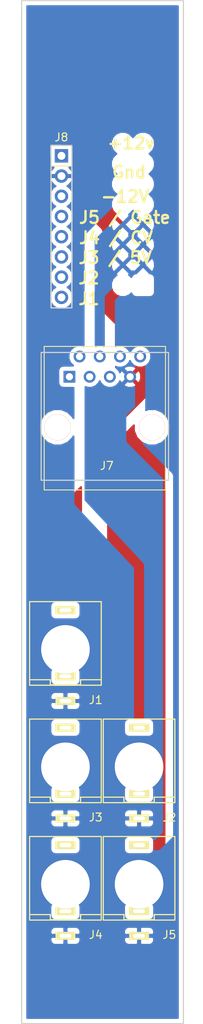
<source format=kicad_pcb>
(kicad_pcb (version 20171130) (host pcbnew "(5.0.1)-4")

  (general
    (thickness 1.6)
    (drawings 28)
    (tracks 0)
    (zones 0)
    (modules 12)
    (nets 14)
  )

  (page A4)
  (layers
    (0 F.Cu signal)
    (31 B.Cu signal hide)
    (32 B.Adhes user)
    (33 F.Adhes user)
    (34 B.Paste user)
    (35 F.Paste user)
    (36 B.SilkS user)
    (37 F.SilkS user)
    (38 B.Mask user)
    (39 F.Mask user)
    (40 Dwgs.User user)
    (41 Cmts.User user)
    (42 Eco1.User user hide)
    (43 Eco2.User user)
    (44 Edge.Cuts user)
    (45 Margin user)
    (46 B.CrtYd user)
    (47 F.CrtYd user)
    (48 B.Fab user)
    (49 F.Fab user)
  )

  (setup
    (last_trace_width 0.25)
    (trace_clearance 0.2)
    (zone_clearance 0.508)
    (zone_45_only no)
    (trace_min 0.2)
    (segment_width 0.2)
    (edge_width 0.15)
    (via_size 0.8)
    (via_drill 0.4)
    (via_min_size 0.4)
    (via_min_drill 0.3)
    (uvia_size 0.3)
    (uvia_drill 0.1)
    (uvias_allowed no)
    (uvia_min_size 0.2)
    (uvia_min_drill 0.1)
    (pcb_text_width 0.3)
    (pcb_text_size 1.5 1.5)
    (mod_edge_width 0.15)
    (mod_text_size 1 1)
    (mod_text_width 0.15)
    (pad_size 6.1 6.1)
    (pad_drill 6.1)
    (pad_to_mask_clearance 0.051)
    (solder_mask_min_width 0.25)
    (aux_axis_origin 0 0)
    (visible_elements 7FFEF7BF)
    (pcbplotparams
      (layerselection 0x010fc_ffffffff)
      (usegerberextensions false)
      (usegerberattributes false)
      (usegerberadvancedattributes false)
      (creategerberjobfile false)
      (excludeedgelayer true)
      (linewidth 0.100000)
      (plotframeref false)
      (viasonmask false)
      (mode 1)
      (useauxorigin false)
      (hpglpennumber 1)
      (hpglpenspeed 20)
      (hpglpendiameter 15.000000)
      (psnegative false)
      (psa4output false)
      (plotreference true)
      (plotvalue true)
      (plotinvisibletext false)
      (padsonsilk false)
      (subtractmaskfromsilk false)
      (outputformat 1)
      (mirror false)
      (drillshape 1)
      (scaleselection 1)
      (outputdirectory ""))
  )

  (net 0 "")
  (net 1 Jack1)
  (net 2 "Net-(J1-Pad2)")
  (net 3 GND)
  (net 4 "Net-(J2-Pad2)")
  (net 5 Jack2)
  (net 6 Jack3)
  (net 7 +5V)
  (net 8 CV)
  (net 9 Jack4)
  (net 10 Jack5)
  (net 11 Gate)
  (net 12 -12V)
  (net 13 +12V)

  (net_class Default "This is the default net class."
    (clearance 0.2)
    (trace_width 0.25)
    (via_dia 0.8)
    (via_drill 0.4)
    (uvia_dia 0.3)
    (uvia_drill 0.1)
    (add_net +12V)
    (add_net +5V)
    (add_net -12V)
    (add_net CV)
    (add_net GND)
    (add_net Gate)
    (add_net Jack1)
    (add_net Jack2)
    (add_net Jack3)
    (add_net Jack4)
    (add_net Jack5)
    (add_net "Net-(J1-Pad2)")
    (add_net "Net-(J2-Pad2)")
  )

  (module Pin_Headers:Pin_Header_Straight_1x08_Pitch2.54mm (layer F.Cu) (tedit 59650532) (tstamp 5BF85FE5)
    (at 55 69.5)
    (descr "Through hole straight pin header, 1x08, 2.54mm pitch, single row")
    (tags "Through hole pin header THT 1x08 2.54mm single row")
    (path /5BF8D395)
    (fp_text reference J8 (at 0 -2.33) (layer F.SilkS)
      (effects (font (size 1 1) (thickness 0.15)))
    )
    (fp_text value Conn_01x08_Female (at 0 20.11) (layer F.Fab)
      (effects (font (size 1 1) (thickness 0.15)))
    )
    (fp_text user %R (at -5.204001 36.546999 90) (layer F.Fab)
      (effects (font (size 1 1) (thickness 0.15)))
    )
    (fp_line (start 1.8 -1.8) (end -1.8 -1.8) (layer F.CrtYd) (width 0.05))
    (fp_line (start 1.8 19.55) (end 1.8 -1.8) (layer F.CrtYd) (width 0.05))
    (fp_line (start -1.8 19.55) (end 1.8 19.55) (layer F.CrtYd) (width 0.05))
    (fp_line (start -1.8 -1.8) (end -1.8 19.55) (layer F.CrtYd) (width 0.05))
    (fp_line (start -1.33 -1.33) (end 0 -1.33) (layer F.SilkS) (width 0.12))
    (fp_line (start -1.33 0) (end -1.33 -1.33) (layer F.SilkS) (width 0.12))
    (fp_line (start -1.33 1.27) (end 1.33 1.27) (layer F.SilkS) (width 0.12))
    (fp_line (start 1.33 1.27) (end 1.33 19.11) (layer F.SilkS) (width 0.12))
    (fp_line (start -1.33 1.27) (end -1.33 19.11) (layer F.SilkS) (width 0.12))
    (fp_line (start -1.33 19.11) (end 1.33 19.11) (layer F.SilkS) (width 0.12))
    (fp_line (start -1.27 -0.635) (end -0.635 -1.27) (layer F.Fab) (width 0.1))
    (fp_line (start -1.27 19.05) (end -1.27 -0.635) (layer F.Fab) (width 0.1))
    (fp_line (start 1.27 19.05) (end -1.27 19.05) (layer F.Fab) (width 0.1))
    (fp_line (start 1.27 -1.27) (end 1.27 19.05) (layer F.Fab) (width 0.1))
    (fp_line (start -0.635 -1.27) (end 1.27 -1.27) (layer F.Fab) (width 0.1))
    (pad 8 thru_hole oval (at 0 17.78) (size 1.7 1.7) (drill 1) (layers *.Cu *.Mask)
      (net 1 Jack1))
    (pad 7 thru_hole oval (at 0 15.24) (size 1.7 1.7) (drill 1) (layers *.Cu *.Mask)
      (net 5 Jack2))
    (pad 6 thru_hole oval (at 0 12.7) (size 1.7 1.7) (drill 1) (layers *.Cu *.Mask)
      (net 6 Jack3))
    (pad 5 thru_hole oval (at 0 10.16) (size 1.7 1.7) (drill 1) (layers *.Cu *.Mask)
      (net 9 Jack4))
    (pad 4 thru_hole oval (at 0 7.62) (size 1.7 1.7) (drill 1) (layers *.Cu *.Mask)
      (net 10 Jack5))
    (pad 3 thru_hole oval (at 0 5.08) (size 1.7 1.7) (drill 1) (layers *.Cu *.Mask)
      (net 12 -12V))
    (pad 2 thru_hole oval (at 0 2.54) (size 1.7 1.7) (drill 1) (layers *.Cu *.Mask)
      (net 3 GND))
    (pad 1 thru_hole rect (at 0 0) (size 1.7 1.7) (drill 1) (layers *.Cu *.Mask)
      (net 13 +12V))
    (model ${KISYS3DMOD}/Pin_Headers.3dshapes/Pin_Header_Straight_1x08_Pitch2.54mm.wrl
      (at (xyz 0 0 0))
      (scale (xyz 1 1 1))
      (rotate (xyz 0 0 0))
    )
  )

  (module Connectors:RJ45_8 (layer F.Cu) (tedit 5BF96534) (tstamp 5BF85FC9)
    (at 56 97.25)
    (tags RJ45)
    (path /5BF290A3)
    (fp_text reference J7 (at 4.7 11.18) (layer F.SilkS)
      (effects (font (size 1 1) (thickness 0.15)))
    )
    (fp_text value RJ45 (at 4.59 6.25) (layer F.Fab)
      (effects (font (size 1 1) (thickness 0.15)))
    )
    (fp_line (start 12.46 14.47) (end -3.56 14.47) (layer F.CrtYd) (width 0.05))
    (fp_line (start 12.46 14.47) (end 12.46 -4.06) (layer F.CrtYd) (width 0.05))
    (fp_line (start -3.56 -4.06) (end -3.56 14.47) (layer F.CrtYd) (width 0.05))
    (fp_line (start -3.56 -4.06) (end 12.46 -4.06) (layer F.CrtYd) (width 0.05))
    (fp_line (start -3.17 7.51) (end -3.17 14.22) (layer F.SilkS) (width 0.12))
    (fp_line (start 12.06 7.52) (end 12.07 14.22) (layer F.SilkS) (width 0.12))
    (fp_line (start -3.17 -3.81) (end -3.17 5.19) (layer F.SilkS) (width 0.12))
    (fp_line (start 12.07 -3.81) (end -3.17 -3.81) (layer F.SilkS) (width 0.12))
    (fp_line (start 12.07 -3.81) (end 12.06 5.18) (layer F.SilkS) (width 0.12))
    (fp_line (start -3.17 14.22) (end 12.07 14.22) (layer F.SilkS) (width 0.12))
    (pad 8 thru_hole circle (at 8.89 -2.54) (size 1.5 1.5) (drill 0.9) (layers *.Cu *.Mask)
      (net 10 Jack5))
    (pad 7 thru_hole circle (at 7.62 0) (size 1.5 1.5) (drill 0.9) (layers *.Cu *.Mask)
      (net 3 GND))
    (pad 6 thru_hole circle (at 6.35 -2.54) (size 1.5 1.5) (drill 0.9) (layers *.Cu *.Mask)
      (net 9 Jack4))
    (pad 5 thru_hole circle (at 5.08 0) (size 1.5 1.5) (drill 0.9) (layers *.Cu *.Mask)
      (net 12 -12V))
    (pad 4 thru_hole circle (at 3.81 -2.54) (size 1.5 1.5) (drill 0.9) (layers *.Cu *.Mask)
      (net 6 Jack3))
    (pad 3 thru_hole circle (at 2.54 0) (size 1.5 1.5) (drill 0.9) (layers *.Cu *.Mask)
      (net 13 +12V))
    (pad 2 thru_hole circle (at 1.27 -2.54) (size 1.5 1.5) (drill 0.9) (layers *.Cu *.Mask)
      (net 5 Jack2))
    (pad 1 thru_hole rect (at 0 0) (size 1.5 1.5) (drill 0.9) (layers *.Cu *.Mask)
      (net 1 Jack1))
    (pad "" np_thru_hole circle (at -1.49 6.35) (size 3.3 3.3) (drill 3.25) (layers *.Cu *.SilkS *.Mask))
    (pad "" np_thru_hole circle (at 10.38 6.35) (size 3.3 3.3) (drill 3.25) (layers *.Cu *.SilkS *.Mask))
    (model ${KISYS3DMOD}/Connectors.3dshapes/RJ45_8.wrl
      (offset (xyz 4.571999931335449 -6.349999904632568 0))
      (scale (xyz 0.4 0.4 0.4))
      (rotate (xyz 0 0 0))
    )
  )

  (module PlayDice:THONKICONN_hole (layer F.Cu) (tedit 5B4BB8C7) (tstamp 5BF96FF5)
    (at 55.5 131.5)
    (path /5BF2917A)
    (fp_text reference J1 (at 3.81 6.35) (layer F.SilkS)
      (effects (font (size 1 1) (thickness 0.15)))
    )
    (fp_text value AudioJack2_Ground_Switch (at 0 -7.62) (layer F.Fab) hide
      (effects (font (size 1 1) (thickness 0.15)))
    )
    (fp_line (start -4.445 3.81) (end -1.905 3.81) (layer F.SilkS) (width 0.15))
    (fp_line (start -1.905 3.81) (end -1.905 4.445) (layer F.SilkS) (width 0.15))
    (fp_line (start -1.905 4.445) (end 1.905 4.445) (layer F.SilkS) (width 0.15))
    (fp_line (start 1.905 4.445) (end 1.905 3.81) (layer F.SilkS) (width 0.15))
    (fp_line (start 1.905 3.81) (end 4.445 3.81) (layer F.SilkS) (width 0.15))
    (fp_arc (start 0 0) (end 1.905 -1.905) (angle 90) (layer F.SilkS) (width 0.15))
    (fp_arc (start 0 0) (end -1.905 1.905) (angle 90) (layer F.SilkS) (width 0.15))
    (fp_line (start 1.905 1.905) (end -1.905 1.905) (layer F.SilkS) (width 0.15))
    (fp_line (start -1.905 -1.905) (end 1.905 -1.905) (layer F.SilkS) (width 0.15))
    (fp_circle (center 0 0) (end 1.27 1.27) (layer F.SilkS) (width 0.15))
    (fp_line (start 4.5 -6) (end 4.5 4.5) (layer F.SilkS) (width 0.15))
    (fp_line (start -4.5 -6) (end -4.5 4.5) (layer F.SilkS) (width 0.15))
    (fp_line (start -4.5 4.5) (end 4.5 4.5) (layer F.SilkS) (width 0.15))
    (fp_line (start -4.5 -6) (end 4.5 -6) (layer F.SilkS) (width 0.15))
    (fp_circle (center 0 0) (end 1.3 0) (layer F.SilkS) (width 0.15))
    (pad 3 thru_hole rect (at 0 -4.92) (size 2.5 1) (drill oval 1.5 0.5) (layers *.Cu *.Mask F.SilkS)
      (net 1 Jack1))
    (pad 2 thru_hole rect (at 0 3.38) (size 2.5 1) (drill oval 1.5 0.5) (layers *.Cu *.Mask F.SilkS)
      (net 2 "Net-(J1-Pad2)"))
    (pad 1 thru_hole rect (at 0 6.48) (size 2.5 1) (drill oval 1.5 0.5) (layers *.Cu *.Mask F.SilkS)
      (net 3 GND))
    (pad "" np_thru_hole circle (at 0 0) (size 2.5 2.5) (drill 2.5) (layers *.Cu *.Mask))
  )

  (module PlayDice:THONKICONN_hole (layer F.Cu) (tedit 5B4BB8C7) (tstamp 5BF85F60)
    (at 55.5 146.25)
    (path /5BF2921C)
    (fp_text reference J3 (at 3.81 6.35) (layer F.SilkS)
      (effects (font (size 1 1) (thickness 0.15)))
    )
    (fp_text value AudioJack2_Ground_Switch (at 0 -7.62) (layer F.Fab) hide
      (effects (font (size 1 1) (thickness 0.15)))
    )
    (fp_line (start -4.445 3.81) (end -1.905 3.81) (layer F.SilkS) (width 0.15))
    (fp_line (start -1.905 3.81) (end -1.905 4.445) (layer F.SilkS) (width 0.15))
    (fp_line (start -1.905 4.445) (end 1.905 4.445) (layer F.SilkS) (width 0.15))
    (fp_line (start 1.905 4.445) (end 1.905 3.81) (layer F.SilkS) (width 0.15))
    (fp_line (start 1.905 3.81) (end 4.445 3.81) (layer F.SilkS) (width 0.15))
    (fp_arc (start 0 0) (end 1.905 -1.905) (angle 90) (layer F.SilkS) (width 0.15))
    (fp_arc (start 0 0) (end -1.905 1.905) (angle 90) (layer F.SilkS) (width 0.15))
    (fp_line (start 1.905 1.905) (end -1.905 1.905) (layer F.SilkS) (width 0.15))
    (fp_line (start -1.905 -1.905) (end 1.905 -1.905) (layer F.SilkS) (width 0.15))
    (fp_circle (center 0 0) (end 1.27 1.27) (layer F.SilkS) (width 0.15))
    (fp_line (start 4.5 -6) (end 4.5 4.5) (layer F.SilkS) (width 0.15))
    (fp_line (start -4.5 -6) (end -4.5 4.5) (layer F.SilkS) (width 0.15))
    (fp_line (start -4.5 4.5) (end 4.5 4.5) (layer F.SilkS) (width 0.15))
    (fp_line (start -4.5 -6) (end 4.5 -6) (layer F.SilkS) (width 0.15))
    (fp_circle (center 0 0) (end 1.3 0) (layer F.SilkS) (width 0.15))
    (pad 3 thru_hole rect (at 0 -4.92) (size 2.5 1) (drill oval 1.5 0.5) (layers *.Cu *.Mask F.SilkS)
      (net 6 Jack3))
    (pad 2 thru_hole rect (at 0 3.38) (size 2.5 1) (drill oval 1.5 0.5) (layers *.Cu *.Mask F.SilkS)
      (net 7 +5V))
    (pad 1 thru_hole rect (at 0 6.48) (size 2.5 1) (drill oval 1.5 0.5) (layers *.Cu *.Mask F.SilkS)
      (net 3 GND))
    (pad "" np_thru_hole circle (at 0 0) (size 2.5 2.5) (drill 2.5) (layers *.Cu *.Mask))
  )

  (module PlayDice:THONKICONN_hole (layer F.Cu) (tedit 5B4BB8C7) (tstamp 5BF85F49)
    (at 64.75 146.25)
    (path /5BF291F6)
    (fp_text reference J2 (at 3.81 6.35) (layer F.SilkS)
      (effects (font (size 1 1) (thickness 0.15)))
    )
    (fp_text value AudioJack2_Ground_Switch (at 0 -7.62) (layer F.Fab) hide
      (effects (font (size 1 1) (thickness 0.15)))
    )
    (fp_circle (center 0 0) (end 1.3 0) (layer F.SilkS) (width 0.15))
    (fp_line (start -4.5 -6) (end 4.5 -6) (layer F.SilkS) (width 0.15))
    (fp_line (start -4.5 4.5) (end 4.5 4.5) (layer F.SilkS) (width 0.15))
    (fp_line (start -4.5 -6) (end -4.5 4.5) (layer F.SilkS) (width 0.15))
    (fp_line (start 4.5 -6) (end 4.5 4.5) (layer F.SilkS) (width 0.15))
    (fp_circle (center 0 0) (end 1.27 1.27) (layer F.SilkS) (width 0.15))
    (fp_line (start -1.905 -1.905) (end 1.905 -1.905) (layer F.SilkS) (width 0.15))
    (fp_line (start 1.905 1.905) (end -1.905 1.905) (layer F.SilkS) (width 0.15))
    (fp_arc (start 0 0) (end -1.905 1.905) (angle 90) (layer F.SilkS) (width 0.15))
    (fp_arc (start 0 0) (end 1.905 -1.905) (angle 90) (layer F.SilkS) (width 0.15))
    (fp_line (start 1.905 3.81) (end 4.445 3.81) (layer F.SilkS) (width 0.15))
    (fp_line (start 1.905 4.445) (end 1.905 3.81) (layer F.SilkS) (width 0.15))
    (fp_line (start -1.905 4.445) (end 1.905 4.445) (layer F.SilkS) (width 0.15))
    (fp_line (start -1.905 3.81) (end -1.905 4.445) (layer F.SilkS) (width 0.15))
    (fp_line (start -4.445 3.81) (end -1.905 3.81) (layer F.SilkS) (width 0.15))
    (pad "" np_thru_hole circle (at 0 0) (size 2.5 2.5) (drill 2.5) (layers *.Cu *.Mask))
    (pad 1 thru_hole rect (at 0 6.48) (size 2.5 1) (drill oval 1.5 0.5) (layers *.Cu *.Mask F.SilkS)
      (net 3 GND))
    (pad 2 thru_hole rect (at 0 3.38) (size 2.5 1) (drill oval 1.5 0.5) (layers *.Cu *.Mask F.SilkS)
      (net 4 "Net-(J2-Pad2)"))
    (pad 3 thru_hole rect (at 0 -4.92) (size 2.5 1) (drill oval 1.5 0.5) (layers *.Cu *.Mask F.SilkS)
      (net 5 Jack2))
  )

  (module PlayDice:THONKICONN_hole (layer F.Cu) (tedit 5B4BB8C7) (tstamp 5BF85F77)
    (at 55.5 161)
    (path /5BF29240)
    (fp_text reference J4 (at 3.81 6.35) (layer F.SilkS)
      (effects (font (size 1 1) (thickness 0.15)))
    )
    (fp_text value AudioJack2_Ground_Switch (at 0 -7.62) (layer F.Fab) hide
      (effects (font (size 1 1) (thickness 0.15)))
    )
    (fp_circle (center 0 0) (end 1.3 0) (layer F.SilkS) (width 0.15))
    (fp_line (start -4.5 -6) (end 4.5 -6) (layer F.SilkS) (width 0.15))
    (fp_line (start -4.5 4.5) (end 4.5 4.5) (layer F.SilkS) (width 0.15))
    (fp_line (start -4.5 -6) (end -4.5 4.5) (layer F.SilkS) (width 0.15))
    (fp_line (start 4.5 -6) (end 4.5 4.5) (layer F.SilkS) (width 0.15))
    (fp_circle (center 0 0) (end 1.27 1.27) (layer F.SilkS) (width 0.15))
    (fp_line (start -1.905 -1.905) (end 1.905 -1.905) (layer F.SilkS) (width 0.15))
    (fp_line (start 1.905 1.905) (end -1.905 1.905) (layer F.SilkS) (width 0.15))
    (fp_arc (start 0 0) (end -1.905 1.905) (angle 90) (layer F.SilkS) (width 0.15))
    (fp_arc (start 0 0) (end 1.905 -1.905) (angle 90) (layer F.SilkS) (width 0.15))
    (fp_line (start 1.905 3.81) (end 4.445 3.81) (layer F.SilkS) (width 0.15))
    (fp_line (start 1.905 4.445) (end 1.905 3.81) (layer F.SilkS) (width 0.15))
    (fp_line (start -1.905 4.445) (end 1.905 4.445) (layer F.SilkS) (width 0.15))
    (fp_line (start -1.905 3.81) (end -1.905 4.445) (layer F.SilkS) (width 0.15))
    (fp_line (start -4.445 3.81) (end -1.905 3.81) (layer F.SilkS) (width 0.15))
    (pad "" np_thru_hole circle (at 0 0) (size 2.5 2.5) (drill 2.5) (layers *.Cu *.Mask))
    (pad 1 thru_hole rect (at 0 6.48) (size 2.5 1) (drill oval 1.5 0.5) (layers *.Cu *.Mask F.SilkS)
      (net 3 GND))
    (pad 2 thru_hole rect (at 0 3.38) (size 2.5 1) (drill oval 1.5 0.5) (layers *.Cu *.Mask F.SilkS)
      (net 8 CV))
    (pad 3 thru_hole rect (at 0 -4.92) (size 2.5 1) (drill oval 1.5 0.5) (layers *.Cu *.Mask F.SilkS)
      (net 9 Jack4))
  )

  (module PlayDice:THONKICONN_hole (layer F.Cu) (tedit 5B4BB8C7) (tstamp 5BF85F8E)
    (at 64.75 161)
    (path /5BF8499B)
    (fp_text reference J5 (at 3.81 6.35) (layer F.SilkS)
      (effects (font (size 1 1) (thickness 0.15)))
    )
    (fp_text value AudioJack2_Ground_Switch (at 0 -7.62) (layer F.Fab) hide
      (effects (font (size 1 1) (thickness 0.15)))
    )
    (fp_line (start -4.445 3.81) (end -1.905 3.81) (layer F.SilkS) (width 0.15))
    (fp_line (start -1.905 3.81) (end -1.905 4.445) (layer F.SilkS) (width 0.15))
    (fp_line (start -1.905 4.445) (end 1.905 4.445) (layer F.SilkS) (width 0.15))
    (fp_line (start 1.905 4.445) (end 1.905 3.81) (layer F.SilkS) (width 0.15))
    (fp_line (start 1.905 3.81) (end 4.445 3.81) (layer F.SilkS) (width 0.15))
    (fp_arc (start 0 0) (end 1.905 -1.905) (angle 90) (layer F.SilkS) (width 0.15))
    (fp_arc (start 0 0) (end -1.905 1.905) (angle 90) (layer F.SilkS) (width 0.15))
    (fp_line (start 1.905 1.905) (end -1.905 1.905) (layer F.SilkS) (width 0.15))
    (fp_line (start -1.905 -1.905) (end 1.905 -1.905) (layer F.SilkS) (width 0.15))
    (fp_circle (center 0 0) (end 1.27 1.27) (layer F.SilkS) (width 0.15))
    (fp_line (start 4.5 -6) (end 4.5 4.5) (layer F.SilkS) (width 0.15))
    (fp_line (start -4.5 -6) (end -4.5 4.5) (layer F.SilkS) (width 0.15))
    (fp_line (start -4.5 4.5) (end 4.5 4.5) (layer F.SilkS) (width 0.15))
    (fp_line (start -4.5 -6) (end 4.5 -6) (layer F.SilkS) (width 0.15))
    (fp_circle (center 0 0) (end 1.3 0) (layer F.SilkS) (width 0.15))
    (pad 3 thru_hole rect (at 0 -4.92) (size 2.5 1) (drill oval 1.5 0.5) (layers *.Cu *.Mask F.SilkS)
      (net 10 Jack5))
    (pad 2 thru_hole rect (at 0 3.38) (size 2.5 1) (drill oval 1.5 0.5) (layers *.Cu *.Mask F.SilkS)
      (net 11 Gate))
    (pad 1 thru_hole rect (at 0 6.48) (size 2.5 1) (drill oval 1.5 0.5) (layers *.Cu *.Mask F.SilkS)
      (net 3 GND))
    (pad "" np_thru_hole circle (at 0 0) (size 2.5 2.5) (drill 2.5) (layers *.Cu *.Mask))
  )

  (module PlayDice:MountingHole_6.1mm (layer F.Cu) (tedit 5BEAC2BF) (tstamp 5BF97353)
    (at 55.5 131.5)
    (descr "Mounting Hole 6mm, no annular")
    (tags "mounting hole 6mm no annular")
    (fp_text reference "" (at 0 -7) (layer F.SilkS) hide
      (effects (font (size 1 1) (thickness 0.15)))
    )
    (fp_text value MountingHole_6.1mm (at 0 7) (layer F.Fab)
      (effects (font (size 1 1) (thickness 0.15)))
    )
    (fp_circle (center 0 0) (end 6.25 0) (layer F.CrtYd) (width 0.05))
    (fp_circle (center 0 0) (end 2.93 0) (layer Cmts.User) (width 0.15))
    (pad "" np_thru_hole circle (at 0 0) (size 6.1 6.1) (drill 6.1) (layers *.Cu *.Mask F.SilkS))
  )

  (module PlayDice:MountingHole_6.1mm (layer F.Cu) (tedit 5BF97283) (tstamp 5BF9736D)
    (at 55.5 146.3)
    (descr "Mounting Hole 6mm, no annular")
    (tags "mounting hole 6mm no annular")
    (fp_text reference "" (at 0 -7) (layer F.SilkS) hide
      (effects (font (size 1 1) (thickness 0.15)))
    )
    (fp_text value MountingHole_6.1mm (at 0 7) (layer F.Fab)
      (effects (font (size 1 1) (thickness 0.15)))
    )
    (fp_circle (center 0 0) (end 6.25 0) (layer F.CrtYd) (width 0.05))
    (fp_circle (center 0 0) (end 2.93 0) (layer Cmts.User) (width 0.15))
    (pad "" np_thru_hole circle (at 0 -0.05) (size 6.1 6.1) (drill 6.1) (layers *.Cu *.Mask F.SilkS))
  )

  (module PlayDice:MountingHole_6.1mm (layer F.Cu) (tedit 5BEAC2BF) (tstamp 5BF9737A)
    (at 55.5 161)
    (descr "Mounting Hole 6mm, no annular")
    (tags "mounting hole 6mm no annular")
    (fp_text reference "" (at 0 -7) (layer F.SilkS) hide
      (effects (font (size 1 1) (thickness 0.15)))
    )
    (fp_text value MountingHole_6.1mm (at 0 7) (layer F.Fab)
      (effects (font (size 1 1) (thickness 0.15)))
    )
    (fp_circle (center 0 0) (end 6.25 0) (layer F.CrtYd) (width 0.05))
    (fp_circle (center 0 0) (end 2.93 0) (layer Cmts.User) (width 0.15))
    (pad "" np_thru_hole circle (at 0 0) (size 6.1 6.1) (drill 6.1) (layers *.Cu *.Mask F.SilkS))
  )

  (module PlayDice:MountingHole_6.1mm (layer F.Cu) (tedit 5BEAC2BF) (tstamp 5BF97387)
    (at 64.75 146.25)
    (descr "Mounting Hole 6mm, no annular")
    (tags "mounting hole 6mm no annular")
    (fp_text reference "" (at 0 -7) (layer F.SilkS) hide
      (effects (font (size 1 1) (thickness 0.15)))
    )
    (fp_text value MountingHole_6.1mm (at 0 7) (layer F.Fab)
      (effects (font (size 1 1) (thickness 0.15)))
    )
    (fp_circle (center 0 0) (end 6.25 0) (layer F.CrtYd) (width 0.05))
    (fp_circle (center 0 0) (end 2.93 0) (layer Cmts.User) (width 0.15))
    (pad "" np_thru_hole circle (at 0 0) (size 6.1 6.1) (drill 6.1) (layers *.Cu *.Mask F.SilkS))
  )

  (module PlayDice:MountingHole_6.1mm (layer F.Cu) (tedit 5BEAC2BF) (tstamp 5BF97394)
    (at 64.75 161)
    (descr "Mounting Hole 6mm, no annular")
    (tags "mounting hole 6mm no annular")
    (fp_text reference "" (at 0 -7) (layer F.SilkS) hide
      (effects (font (size 1 1) (thickness 0.15)))
    )
    (fp_text value MountingHole_6.1mm (at 0 7) (layer F.Fab)
      (effects (font (size 1 1) (thickness 0.15)))
    )
    (fp_circle (center 0 0) (end 6.25 0) (layer F.CrtYd) (width 0.05))
    (fp_circle (center 0 0) (end 2.93 0) (layer Cmts.User) (width 0.15))
    (pad "" np_thru_hole circle (at 0 0) (size 6.1 6.1) (drill 6.1) (layers *.Cu *.Mask F.SilkS))
  )

  (gr_text J1 (at 58.45 87.45) (layer F.SilkS)
    (effects (font (size 1.5 1.5) (thickness 0.3)))
  )
  (gr_text J2 (at 58.45 84.85) (layer F.SilkS)
    (effects (font (size 1.5 1.5) (thickness 0.3)))
  )
  (gr_text "J3 / 5V" (at 61.75 82.3) (layer F.SilkS)
    (effects (font (size 1.5 1.5) (thickness 0.3)))
  )
  (gr_text "J4 / CV" (at 61.85 79.8) (layer F.SilkS)
    (effects (font (size 1.5 1.5) (thickness 0.3)))
  )
  (gr_text "J5 / Gate" (at 62.95 77.25) (layer F.SilkS)
    (effects (font (size 1.5 1.5) (thickness 0.3)))
  )
  (gr_text -12V (at 63 74.6) (layer F.SilkS)
    (effects (font (size 1.5 1.5) (thickness 0.3)))
  )
  (gr_text Gnd (at 63.5 71.55) (layer F.SilkS)
    (effects (font (size 1.5 1.5) (thickness 0.3)))
  )
  (gr_text +12v (at 63.75 67.9) (layer F.SilkS)
    (effects (font (size 1.5 1.5) (thickness 0.3)))
  )
  (gr_line (start 52.45 94.2) (end 52.45 110.2) (layer Edge.Cuts) (width 0.15))
  (gr_line (start 52.45 110.25) (end 68.45 110.25) (layer Edge.Cuts) (width 0.15))
  (gr_line (start 68.45 94.2) (end 68.45 110.2) (layer Edge.Cuts) (width 0.15))
  (gr_line (start 52.45 94.2) (end 68.45 94.2) (layer Edge.Cuts) (width 0.15))
  (gr_line (start 53.7 88.6) (end 53.7 68.2) (layer Edge.Cuts) (width 0.15))
  (gr_line (start 56.3 88.6) (end 53.7 88.6) (layer Edge.Cuts) (width 0.15))
  (gr_line (start 56.3 68.2) (end 56.3 88.6) (layer Edge.Cuts) (width 0.15))
  (gr_line (start 53.7 68.2) (end 56.3 68.2) (layer Edge.Cuts) (width 0.15))
  (gr_line (start 50 178.5) (end 50 50) (layer Edge.Cuts) (width 0.15))
  (gr_line (start 70.32 178.5) (end 50 178.5) (layer Edge.Cuts) (width 0.15))
  (gr_line (start 70.32 50) (end 70.32 178.5) (layer Edge.Cuts) (width 0.15))
  (gr_line (start 50 50) (end 70.32 50) (layer Edge.Cuts) (width 0.15))
  (gr_line (start 69.5 59.25) (end 69.5 169.25) (layer Eco1.User) (width 0.2) (tstamp 5BF8619D))
  (gr_line (start 50.7015 59.25) (end 50.7015 169.25) (layer Eco1.User) (width 0.2) (tstamp 5BF8619C))
  (gr_line (start 50.7015 59.25) (end 69.5 59.25) (layer Eco1.User) (width 0.2) (tstamp 5BF8619B))
  (gr_line (start 50.7015 169.25) (end 69.5 169.25) (layer Eco1.User) (width 0.2) (tstamp 5BF8619A))
  (gr_line (start 50 50) (end 50 178.5) (layer Eco1.User) (width 0.2))
  (gr_line (start 50 178.5) (end 70.32 178.5) (layer Eco1.User) (width 0.2))
  (gr_line (start 70.32 50) (end 70.32 178.5) (layer Eco1.User) (width 0.2))
  (gr_line (start 50 50) (end 70.32 50) (layer Eco1.User) (width 0.2))

  (zone (net 3) (net_name GND) (layer F.Cu) (tstamp 0) (hatch edge 0.508)
    (connect_pads (clearance 0.508))
    (min_thickness 0.254)
    (fill yes (arc_segments 16) (thermal_gap 0.508) (thermal_bridge_width 0.508))
    (polygon
      (pts
        (xy 50.2 50.2) (xy 70.1 50.2) (xy 70.1 178.3) (xy 50.2 178.3)
      )
    )
    (filled_polygon
      (pts
        (xy 69.610001 177.79) (xy 50.71 177.79) (xy 50.71 167.76575) (xy 53.615 167.76575) (xy 53.615 168.10631)
        (xy 53.711673 168.339699) (xy 53.890302 168.518327) (xy 54.123691 168.615) (xy 55.21425 168.615) (xy 55.373 168.45625)
        (xy 55.373 167.607) (xy 55.627 167.607) (xy 55.627 168.45625) (xy 55.78575 168.615) (xy 56.876309 168.615)
        (xy 57.109698 168.518327) (xy 57.288327 168.339699) (xy 57.385 168.10631) (xy 57.385 167.76575) (xy 62.865 167.76575)
        (xy 62.865 168.10631) (xy 62.961673 168.339699) (xy 63.140302 168.518327) (xy 63.373691 168.615) (xy 64.46425 168.615)
        (xy 64.623 168.45625) (xy 64.623 167.607) (xy 64.877 167.607) (xy 64.877 168.45625) (xy 65.03575 168.615)
        (xy 66.126309 168.615) (xy 66.359698 168.518327) (xy 66.538327 168.339699) (xy 66.635 168.10631) (xy 66.635 167.76575)
        (xy 66.47625 167.607) (xy 64.877 167.607) (xy 64.623 167.607) (xy 63.02375 167.607) (xy 62.865 167.76575)
        (xy 57.385 167.76575) (xy 57.22625 167.607) (xy 55.627 167.607) (xy 55.373 167.607) (xy 53.77375 167.607)
        (xy 53.615 167.76575) (xy 50.71 167.76575) (xy 50.71 166.85369) (xy 53.615 166.85369) (xy 53.615 167.19425)
        (xy 53.77375 167.353) (xy 55.373 167.353) (xy 55.373 166.50375) (xy 55.627 166.50375) (xy 55.627 167.353)
        (xy 57.22625 167.353) (xy 57.385 167.19425) (xy 57.385 166.85369) (xy 62.865 166.85369) (xy 62.865 167.19425)
        (xy 63.02375 167.353) (xy 64.623 167.353) (xy 64.623 166.50375) (xy 64.877 166.50375) (xy 64.877 167.353)
        (xy 66.47625 167.353) (xy 66.635 167.19425) (xy 66.635 166.85369) (xy 66.538327 166.620301) (xy 66.359698 166.441673)
        (xy 66.126309 166.345) (xy 65.03575 166.345) (xy 64.877 166.50375) (xy 64.623 166.50375) (xy 64.46425 166.345)
        (xy 63.373691 166.345) (xy 63.140302 166.441673) (xy 62.961673 166.620301) (xy 62.865 166.85369) (xy 57.385 166.85369)
        (xy 57.288327 166.620301) (xy 57.109698 166.441673) (xy 56.876309 166.345) (xy 55.78575 166.345) (xy 55.627 166.50375)
        (xy 55.373 166.50375) (xy 55.21425 166.345) (xy 54.123691 166.345) (xy 53.890302 166.441673) (xy 53.711673 166.620301)
        (xy 53.615 166.85369) (xy 50.71 166.85369) (xy 50.71 160.62505) (xy 53.615 160.62505) (xy 53.615 161.37495)
        (xy 53.901974 162.067767) (xy 54.432233 162.598026) (xy 55.12505 162.885) (xy 55.87495 162.885) (xy 56.567767 162.598026)
        (xy 57.098026 162.067767) (xy 57.385 161.37495) (xy 57.385 160.62505) (xy 57.098026 159.932233) (xy 56.567767 159.401974)
        (xy 55.87495 159.115) (xy 55.12505 159.115) (xy 54.432233 159.401974) (xy 53.901974 159.932233) (xy 53.615 160.62505)
        (xy 50.71 160.62505) (xy 50.71 153.01575) (xy 53.615 153.01575) (xy 53.615 153.35631) (xy 53.711673 153.589699)
        (xy 53.890302 153.768327) (xy 54.123691 153.865) (xy 55.21425 153.865) (xy 55.373 153.70625) (xy 55.373 152.857)
        (xy 55.627 152.857) (xy 55.627 153.70625) (xy 55.78575 153.865) (xy 56.876309 153.865) (xy 57.109698 153.768327)
        (xy 57.288327 153.589699) (xy 57.385 153.35631) (xy 57.385 153.01575) (xy 57.22625 152.857) (xy 55.627 152.857)
        (xy 55.373 152.857) (xy 53.77375 152.857) (xy 53.615 153.01575) (xy 50.71 153.01575) (xy 50.71 152.10369)
        (xy 53.615 152.10369) (xy 53.615 152.44425) (xy 53.77375 152.603) (xy 55.373 152.603) (xy 55.373 151.75375)
        (xy 55.627 151.75375) (xy 55.627 152.603) (xy 57.22625 152.603) (xy 57.385 152.44425) (xy 57.385 152.10369)
        (xy 57.288327 151.870301) (xy 57.109698 151.691673) (xy 56.876309 151.595) (xy 55.78575 151.595) (xy 55.627 151.75375)
        (xy 55.373 151.75375) (xy 55.21425 151.595) (xy 54.123691 151.595) (xy 53.890302 151.691673) (xy 53.711673 151.870301)
        (xy 53.615 152.10369) (xy 50.71 152.10369) (xy 50.71 66.89) (xy 50.735112 66.89) (xy 50.75 66.964847)
        (xy 50.750001 148.265148) (xy 50.735112 148.34) (xy 50.750001 148.414852) (xy 50.794097 148.636537) (xy 50.962072 148.887929)
        (xy 51.025528 148.930329) (xy 52.209673 150.114476) (xy 52.252071 150.177929) (xy 52.315524 150.220327) (xy 52.315526 150.220329)
        (xy 52.440902 150.304102) (xy 52.503463 150.345904) (xy 52.725148 150.39) (xy 52.725152 150.39) (xy 52.799999 150.404888)
        (xy 52.874846 150.39) (xy 53.660018 150.39) (xy 53.792191 150.587809) (xy 54.002235 150.728157) (xy 54.25 150.77744)
        (xy 56.75 150.77744) (xy 56.997765 150.728157) (xy 57.207809 150.587809) (xy 57.348157 150.377765) (xy 57.39744 150.13)
        (xy 57.39744 149.13) (xy 57.348157 148.882235) (xy 57.207809 148.672191) (xy 56.997765 148.531843) (xy 56.75 148.48256)
        (xy 54.25 148.48256) (xy 54.002235 148.531843) (xy 53.792191 148.672191) (xy 53.660018 148.87) (xy 53.114803 148.87)
        (xy 52.27 148.025199) (xy 52.27 145.87505) (xy 53.615 145.87505) (xy 53.615 146.62495) (xy 53.901974 147.317767)
        (xy 54.432233 147.848026) (xy 55.12505 148.135) (xy 55.87495 148.135) (xy 56.567767 147.848026) (xy 57.098026 147.317767)
        (xy 57.385 146.62495) (xy 57.385 145.87505) (xy 57.098026 145.182233) (xy 56.567767 144.651974) (xy 55.87495 144.365)
        (xy 55.12505 144.365) (xy 54.432233 144.651974) (xy 53.901974 145.182233) (xy 53.615 145.87505) (xy 52.27 145.87505)
        (xy 52.27 138.26575) (xy 53.615 138.26575) (xy 53.615 138.60631) (xy 53.711673 138.839699) (xy 53.890302 139.018327)
        (xy 54.123691 139.115) (xy 55.21425 139.115) (xy 55.373 138.95625) (xy 55.373 138.107) (xy 55.627 138.107)
        (xy 55.627 138.95625) (xy 55.78575 139.115) (xy 56.876309 139.115) (xy 57.109698 139.018327) (xy 57.288327 138.839699)
        (xy 57.385 138.60631) (xy 57.385 138.26575) (xy 57.22625 138.107) (xy 55.627 138.107) (xy 55.373 138.107)
        (xy 53.77375 138.107) (xy 53.615 138.26575) (xy 52.27 138.26575) (xy 52.27 137.35369) (xy 53.615 137.35369)
        (xy 53.615 137.69425) (xy 53.77375 137.853) (xy 55.373 137.853) (xy 55.373 137.00375) (xy 55.627 137.00375)
        (xy 55.627 137.853) (xy 57.22625 137.853) (xy 57.385 137.69425) (xy 57.385 137.35369) (xy 57.288327 137.120301)
        (xy 57.109698 136.941673) (xy 56.876309 136.845) (xy 55.78575 136.845) (xy 55.627 137.00375) (xy 55.373 137.00375)
        (xy 55.21425 136.845) (xy 54.123691 136.845) (xy 53.890302 136.941673) (xy 53.711673 137.120301) (xy 53.615 137.35369)
        (xy 52.27 137.35369) (xy 52.27 134.38) (xy 53.60256 134.38) (xy 53.60256 135.38) (xy 53.651843 135.627765)
        (xy 53.792191 135.837809) (xy 54.002235 135.978157) (xy 54.25 136.02744) (xy 56.75 136.02744) (xy 56.997765 135.978157)
        (xy 57.207809 135.837809) (xy 57.348157 135.627765) (xy 57.39744 135.38) (xy 57.39744 134.38) (xy 57.348157 134.132235)
        (xy 57.207809 133.922191) (xy 56.997765 133.781843) (xy 56.75 133.73256) (xy 54.25 133.73256) (xy 54.002235 133.781843)
        (xy 53.792191 133.922191) (xy 53.651843 134.132235) (xy 53.60256 134.38) (xy 52.27 134.38) (xy 52.27 131.12505)
        (xy 53.615 131.12505) (xy 53.615 131.87495) (xy 53.901974 132.567767) (xy 54.432233 133.098026) (xy 55.12505 133.385)
        (xy 55.87495 133.385) (xy 56.567767 133.098026) (xy 57.098026 132.567767) (xy 57.385 131.87495) (xy 57.385 131.12505)
        (xy 57.098026 130.432233) (xy 56.567767 129.901974) (xy 55.87495 129.615) (xy 55.12505 129.615) (xy 54.432233 129.901974)
        (xy 53.901974 130.432233) (xy 53.615 131.12505) (xy 52.27 131.12505) (xy 52.27 104.163155) (xy 52.57287 104.894349)
        (xy 53.215651 105.53713) (xy 54.055485 105.885) (xy 54.964515 105.885) (xy 55.804349 105.53713) (xy 56.280001 105.061478)
        (xy 56.280001 110.145197) (xy 55.01553 111.409669) (xy 54.952071 111.452071) (xy 54.784096 111.703464) (xy 54.74 111.925149)
        (xy 54.74 111.925153) (xy 54.725112 112) (xy 54.74 112.074847) (xy 54.740001 125.43256) (xy 54.25 125.43256)
        (xy 54.002235 125.481843) (xy 53.792191 125.622191) (xy 53.651843 125.832235) (xy 53.60256 126.08) (xy 53.60256 127.08)
        (xy 53.651843 127.327765) (xy 53.792191 127.537809) (xy 54.002235 127.678157) (xy 54.25 127.72744) (xy 56.75 127.72744)
        (xy 56.997765 127.678157) (xy 57.207809 127.537809) (xy 57.348157 127.327765) (xy 57.39744 127.08) (xy 57.39744 126.08)
        (xy 57.348157 125.832235) (xy 57.207809 125.622191) (xy 56.997765 125.481843) (xy 56.75 125.43256) (xy 56.26 125.43256)
        (xy 56.26 112.314801) (xy 57.46 111.114802) (xy 57.460001 140.57) (xy 57.339982 140.57) (xy 57.207809 140.372191)
        (xy 56.997765 140.231843) (xy 56.75 140.18256) (xy 54.25 140.18256) (xy 54.002235 140.231843) (xy 53.792191 140.372191)
        (xy 53.651843 140.582235) (xy 53.60256 140.83) (xy 53.60256 141.83) (xy 53.651843 142.077765) (xy 53.792191 142.287809)
        (xy 54.002235 142.428157) (xy 54.25 142.47744) (xy 56.75 142.47744) (xy 56.997765 142.428157) (xy 57.207809 142.287809)
        (xy 57.339982 142.09) (xy 57.925153 142.09) (xy 58 142.104888) (xy 58.074847 142.09) (xy 58.074852 142.09)
        (xy 58.296537 142.045904) (xy 58.547929 141.877929) (xy 58.590331 141.81447) (xy 58.70447 141.700331) (xy 58.767929 141.657929)
        (xy 58.889991 141.475251) (xy 58.889991 153.585206) (xy 57.265968 155.209231) (xy 57.207809 155.122191) (xy 56.997765 154.981843)
        (xy 56.75 154.93256) (xy 54.25 154.93256) (xy 54.002235 154.981843) (xy 53.792191 155.122191) (xy 53.651843 155.332235)
        (xy 53.60256 155.58) (xy 53.60256 156.58) (xy 53.651843 156.827765) (xy 53.792191 157.037809) (xy 54.002235 157.178157)
        (xy 54.25 157.22744) (xy 56.75 157.22744) (xy 56.997765 157.178157) (xy 57.207809 157.037809) (xy 57.339982 156.84)
        (xy 57.395153 156.84) (xy 57.47 156.854888) (xy 57.544847 156.84) (xy 57.544852 156.84) (xy 57.766537 156.795904)
        (xy 58.017929 156.627929) (xy 58.060331 156.56447) (xy 59.340001 155.284801) (xy 59.340001 162.915197) (xy 58.635199 163.62)
        (xy 57.339982 163.62) (xy 57.207809 163.422191) (xy 56.997765 163.281843) (xy 56.75 163.23256) (xy 54.25 163.23256)
        (xy 54.002235 163.281843) (xy 53.792191 163.422191) (xy 53.651843 163.632235) (xy 53.60256 163.88) (xy 53.60256 164.88)
        (xy 53.651843 165.127765) (xy 53.792191 165.337809) (xy 54.002235 165.478157) (xy 54.25 165.52744) (xy 56.75 165.52744)
        (xy 56.997765 165.478157) (xy 57.207809 165.337809) (xy 57.339982 165.14) (xy 58.875153 165.14) (xy 58.95 165.154888)
        (xy 59.024847 165.14) (xy 59.024852 165.14) (xy 59.246537 165.095904) (xy 59.497929 164.927929) (xy 59.540331 164.86447)
        (xy 60.584473 163.820329) (xy 60.647929 163.777929) (xy 60.815904 163.526537) (xy 60.86 163.304852) (xy 60.86 163.304848)
        (xy 60.874888 163.23) (xy 60.86 163.155152) (xy 60.86 160.62505) (xy 62.865 160.62505) (xy 62.865 161.37495)
        (xy 63.151974 162.067767) (xy 63.682233 162.598026) (xy 64.37505 162.885) (xy 65.12495 162.885) (xy 65.817767 162.598026)
        (xy 66.348026 162.067767) (xy 66.635 161.37495) (xy 66.635 160.62505) (xy 66.348026 159.932233) (xy 65.817767 159.401974)
        (xy 65.12495 159.115) (xy 64.37505 159.115) (xy 63.682233 159.401974) (xy 63.151974 159.932233) (xy 62.865 160.62505)
        (xy 60.86 160.62505) (xy 60.86 155.58) (xy 62.85256 155.58) (xy 62.85256 156.58) (xy 62.901843 156.827765)
        (xy 63.042191 157.037809) (xy 63.252235 157.178157) (xy 63.5 157.22744) (xy 66 157.22744) (xy 66.247765 157.178157)
        (xy 66.457809 157.037809) (xy 66.598157 156.827765) (xy 66.64744 156.58) (xy 66.64744 155.58) (xy 66.598157 155.332235)
        (xy 66.457809 155.122191) (xy 66.247765 154.981843) (xy 66 154.93256) (xy 63.5 154.93256) (xy 63.252235 154.981843)
        (xy 63.042191 155.122191) (xy 62.901843 155.332235) (xy 62.85256 155.58) (xy 60.86 155.58) (xy 60.86 153.01575)
        (xy 62.865 153.01575) (xy 62.865 153.35631) (xy 62.961673 153.589699) (xy 63.140302 153.768327) (xy 63.373691 153.865)
        (xy 64.46425 153.865) (xy 64.623 153.70625) (xy 64.623 152.857) (xy 64.877 152.857) (xy 64.877 153.70625)
        (xy 65.03575 153.865) (xy 66.126309 153.865) (xy 66.359698 153.768327) (xy 66.538327 153.589699) (xy 66.635 153.35631)
        (xy 66.635 153.01575) (xy 66.47625 152.857) (xy 64.877 152.857) (xy 64.623 152.857) (xy 63.02375 152.857)
        (xy 62.865 153.01575) (xy 60.86 153.01575) (xy 60.86 152.10369) (xy 62.865 152.10369) (xy 62.865 152.44425)
        (xy 63.02375 152.603) (xy 64.623 152.603) (xy 64.623 151.75375) (xy 64.877 151.75375) (xy 64.877 152.603)
        (xy 66.47625 152.603) (xy 66.635 152.44425) (xy 66.635 152.10369) (xy 66.538327 151.870301) (xy 66.359698 151.691673)
        (xy 66.126309 151.595) (xy 65.03575 151.595) (xy 64.877 151.75375) (xy 64.623 151.75375) (xy 64.46425 151.595)
        (xy 63.373691 151.595) (xy 63.140302 151.691673) (xy 62.961673 151.870301) (xy 62.865 152.10369) (xy 60.86 152.10369)
        (xy 60.86 149.13) (xy 62.85256 149.13) (xy 62.85256 150.13) (xy 62.901843 150.377765) (xy 63.042191 150.587809)
        (xy 63.252235 150.728157) (xy 63.5 150.77744) (xy 66 150.77744) (xy 66.247765 150.728157) (xy 66.457809 150.587809)
        (xy 66.598157 150.377765) (xy 66.64744 150.13) (xy 66.64744 149.13) (xy 66.598157 148.882235) (xy 66.457809 148.672191)
        (xy 66.247765 148.531843) (xy 66 148.48256) (xy 63.5 148.48256) (xy 63.252235 148.531843) (xy 63.042191 148.672191)
        (xy 62.901843 148.882235) (xy 62.85256 149.13) (xy 60.86 149.13) (xy 60.86 145.87505) (xy 62.865 145.87505)
        (xy 62.865 146.62495) (xy 63.151974 147.317767) (xy 63.682233 147.848026) (xy 64.37505 148.135) (xy 65.12495 148.135)
        (xy 65.817767 147.848026) (xy 66.348026 147.317767) (xy 66.635 146.62495) (xy 66.635 145.87505) (xy 66.348026 145.182233)
        (xy 65.817767 144.651974) (xy 65.12495 144.365) (xy 64.37505 144.365) (xy 63.682233 144.651974) (xy 63.151974 145.182233)
        (xy 62.865 145.87505) (xy 60.86 145.87505) (xy 60.86 140.83) (xy 62.85256 140.83) (xy 62.85256 141.83)
        (xy 62.901843 142.077765) (xy 63.042191 142.287809) (xy 63.252235 142.428157) (xy 63.5 142.47744) (xy 66 142.47744)
        (xy 66.247765 142.428157) (xy 66.457809 142.287809) (xy 66.598157 142.077765) (xy 66.64744 141.83) (xy 66.64744 140.83)
        (xy 66.598157 140.582235) (xy 66.457809 140.372191) (xy 66.247765 140.231843) (xy 66 140.18256) (xy 63.5 140.18256)
        (xy 63.252235 140.231843) (xy 63.042191 140.372191) (xy 62.901843 140.582235) (xy 62.85256 140.83) (xy 60.86 140.83)
        (xy 60.86 106.594801) (xy 64.095 103.359801) (xy 64.095 104.054515) (xy 64.44287 104.894349) (xy 65.085651 105.53713)
        (xy 65.925485 105.885) (xy 66.834515 105.885) (xy 67.674349 105.53713) (xy 67.94 105.271479) (xy 67.940001 163.335197)
        (xy 67.655199 163.62) (xy 66.589982 163.62) (xy 66.457809 163.422191) (xy 66.247765 163.281843) (xy 66 163.23256)
        (xy 63.5 163.23256) (xy 63.252235 163.281843) (xy 63.042191 163.422191) (xy 62.901843 163.632235) (xy 62.85256 163.88)
        (xy 62.85256 164.88) (xy 62.901843 165.127765) (xy 63.042191 165.337809) (xy 63.252235 165.478157) (xy 63.5 165.52744)
        (xy 66 165.52744) (xy 66.247765 165.478157) (xy 66.457809 165.337809) (xy 66.589982 165.14) (xy 67.895153 165.14)
        (xy 67.97 165.154888) (xy 68.044847 165.14) (xy 68.044852 165.14) (xy 68.266537 165.095904) (xy 68.517929 164.927929)
        (xy 68.560331 164.86447) (xy 69.184473 164.240329) (xy 69.247929 164.197929) (xy 69.415904 163.946537) (xy 69.46 163.724852)
        (xy 69.46 163.724847) (xy 69.474888 163.65) (xy 69.46 163.575153) (xy 69.46 101.69969) (xy 69.479954 68.895079)
        (xy 69.494888 68.82) (xy 69.465456 68.672035) (xy 69.436084 68.523899) (xy 69.435951 68.5237) (xy 69.435904 68.523463)
        (xy 69.351606 68.397303) (xy 69.268262 68.272405) (xy 69.20464 68.229838) (xy 68.460331 67.48553) (xy 68.417929 67.422071)
        (xy 68.166537 67.254096) (xy 67.944852 67.21) (xy 67.944847 67.21) (xy 67.87 67.195112) (xy 67.795153 67.21)
        (xy 66.54255 67.21) (xy 66.508922 67.128815) (xy 66.091185 66.711078) (xy 65.545385 66.485) (xy 64.954615 66.485)
        (xy 64.408815 66.711078) (xy 63.991078 67.128815) (xy 63.98 67.15556) (xy 63.968922 67.128815) (xy 63.551185 66.711078)
        (xy 63.005385 66.485) (xy 62.414615 66.485) (xy 61.868815 66.711078) (xy 61.451078 67.128815) (xy 61.225 67.674615)
        (xy 61.225 68.265385) (xy 61.451078 68.811185) (xy 61.868815 69.228922) (xy 61.89556 69.24) (xy 61.868815 69.251078)
        (xy 61.451078 69.668815) (xy 61.225 70.214615) (xy 61.225 70.490198) (xy 56.900331 66.16553) (xy 56.857929 66.102071)
        (xy 56.606537 65.934096) (xy 56.384852 65.89) (xy 56.384847 65.89) (xy 56.31 65.875112) (xy 56.235153 65.89)
        (xy 51.824846 65.89) (xy 51.749999 65.875112) (xy 51.675152 65.89) (xy 51.675148 65.89) (xy 51.453463 65.934096)
        (xy 51.202071 66.102071) (xy 51.159669 66.16553) (xy 51.02553 66.299669) (xy 50.962071 66.342071) (xy 50.794096 66.593464)
        (xy 50.75 66.815149) (xy 50.75 66.815153) (xy 50.735112 66.89) (xy 50.71 66.89) (xy 50.71 50.71)
        (xy 69.61 50.71)
      )
    )
    (filled_polygon
      (pts
        (xy 61.258628 72.67343) (xy 61.225 72.754615) (xy 61.225 73.030198) (xy 57.210331 69.01553) (xy 57.167929 68.952071)
        (xy 56.916537 68.784096) (xy 56.694852 68.74) (xy 56.694847 68.74) (xy 56.62 68.725112) (xy 56.545153 68.74)
        (xy 56.49744 68.74) (xy 56.49744 68.65) (xy 56.448157 68.402235) (xy 56.307809 68.192191) (xy 56.097765 68.051843)
        (xy 55.85 68.00256) (xy 54.15 68.00256) (xy 53.902235 68.051843) (xy 53.692191 68.192191) (xy 53.551843 68.402235)
        (xy 53.50256 68.65) (xy 53.50256 70.35) (xy 53.551843 70.597765) (xy 53.692191 70.807809) (xy 53.902235 70.948157)
        (xy 54.005708 70.968739) (xy 53.728355 71.273076) (xy 53.558524 71.68311) (xy 53.679845 71.913) (xy 54.873 71.913)
        (xy 54.873 71.893) (xy 55.127 71.893) (xy 55.127 71.913) (xy 56.320155 71.913) (xy 56.441476 71.68311)
        (xy 56.271645 71.273076) (xy 55.994292 70.968739) (xy 56.097765 70.948157) (xy 56.307809 70.807809) (xy 56.448157 70.597765)
        (xy 56.480477 70.435278) (xy 61.258628 75.21343) (xy 61.225 75.294615) (xy 61.225 75.885385) (xy 61.451078 76.431185)
        (xy 61.868815 76.848922) (xy 61.915247 76.868155) (xy 61.845647 77.086042) (xy 62.71 77.950395) (xy 63.574353 77.086042)
        (xy 63.504753 76.868155) (xy 63.551185 76.848922) (xy 63.968922 76.431185) (xy 63.98 76.40444) (xy 63.991078 76.431185)
        (xy 64.408815 76.848922) (xy 64.455247 76.868155) (xy 64.385647 77.086042) (xy 65.25 77.950395) (xy 66.114353 77.086042)
        (xy 66.044753 76.868155) (xy 66.091185 76.848922) (xy 66.508922 76.431185) (xy 66.735 75.885385) (xy 66.735 75.294615)
        (xy 66.508922 74.748815) (xy 66.091185 74.331078) (xy 66.06444 74.32) (xy 66.091185 74.308922) (xy 66.508922 73.891185)
        (xy 66.735 73.345385) (xy 66.735 72.754615) (xy 66.508922 72.208815) (xy 66.091185 71.791078) (xy 66.06444 71.78)
        (xy 66.091185 71.768922) (xy 66.508922 71.351185) (xy 66.54255 71.27) (xy 67.145199 71.27) (xy 67.27 71.394802)
        (xy 67.270001 98.035197) (xy 60.40999 104.895209) (xy 60.40999 104.064811) (xy 62.834473 101.640329) (xy 62.897929 101.597929)
        (xy 63.027867 101.403464) (xy 63.065904 101.346538) (xy 63.07548 101.298395) (xy 63.11 101.124852) (xy 63.11 101.124848)
        (xy 63.124888 101.05) (xy 63.11 100.975152) (xy 63.11 98.538593) (xy 63.415171 98.647201) (xy 63.965448 98.61923)
        (xy 64.343923 98.46246) (xy 64.411912 98.221517) (xy 63.62 97.429605) (xy 63.605858 97.443748) (xy 63.426253 97.264143)
        (xy 63.440395 97.25) (xy 63.799605 97.25) (xy 64.591517 98.041912) (xy 64.83246 97.973923) (xy 65.017201 97.454829)
        (xy 64.98923 96.904552) (xy 64.83246 96.526077) (xy 64.591517 96.458088) (xy 63.799605 97.25) (xy 63.440395 97.25)
        (xy 63.426253 97.235858) (xy 63.605858 97.056253) (xy 63.62 97.070395) (xy 64.411912 96.278483) (xy 64.343923 96.03754)
        (xy 63.824829 95.852799) (xy 63.274552 95.88077) (xy 63.11 95.94893) (xy 63.11 95.894312) (xy 63.13454 95.884147)
        (xy 63.524147 95.49454) (xy 63.62 95.26313) (xy 63.715853 95.49454) (xy 64.10546 95.884147) (xy 64.614506 96.095)
        (xy 65.165494 96.095) (xy 65.67454 95.884147) (xy 66.064147 95.49454) (xy 66.275 94.985494) (xy 66.275 94.434506)
        (xy 66.064147 93.92546) (xy 65.67454 93.535853) (xy 65.165494 93.325) (xy 64.614506 93.325) (xy 64.589967 93.335165)
        (xy 59.80999 88.555189) (xy 59.80999 83.924792) (xy 61.258628 85.373431) (xy 61.225 85.454615) (xy 61.225 86.045385)
        (xy 61.451078 86.591185) (xy 61.868815 87.008922) (xy 62.414615 87.235) (xy 63.005385 87.235) (xy 63.551185 87.008922)
        (xy 63.786994 86.773113) (xy 63.801843 86.847765) (xy 63.942191 87.057809) (xy 64.152235 87.198157) (xy 64.4 87.24744)
        (xy 66.1 87.24744) (xy 66.347765 87.198157) (xy 66.557809 87.057809) (xy 66.698157 86.847765) (xy 66.74744 86.6)
        (xy 66.74744 84.9) (xy 66.698157 84.652235) (xy 66.557809 84.442191) (xy 66.347765 84.301843) (xy 66.113915 84.255328)
        (xy 66.114353 84.253958) (xy 65.25 83.389605) (xy 64.385647 84.253958) (xy 64.386085 84.255328) (xy 64.152235 84.301843)
        (xy 63.942191 84.442191) (xy 63.801843 84.652235) (xy 63.786994 84.726887) (xy 63.551185 84.491078) (xy 63.504753 84.471845)
        (xy 63.574353 84.253958) (xy 62.71 83.389605) (xy 62.695858 83.403748) (xy 62.516253 83.224143) (xy 62.530395 83.21)
        (xy 62.889605 83.21) (xy 63.753958 84.074353) (xy 63.98 84.002148) (xy 64.206042 84.074353) (xy 65.070395 83.21)
        (xy 65.429605 83.21) (xy 66.293958 84.074353) (xy 66.545259 83.99408) (xy 66.746718 83.438721) (xy 66.720315 82.848542)
        (xy 66.545259 82.42592) (xy 66.293958 82.345647) (xy 65.429605 83.21) (xy 65.070395 83.21) (xy 64.206042 82.345647)
        (xy 63.98 82.417852) (xy 63.753958 82.345647) (xy 62.889605 83.21) (xy 62.530395 83.21) (xy 61.666042 82.345647)
        (xy 61.414741 82.42592) (xy 61.213282 82.981279) (xy 61.222517 83.187715) (xy 60.26 82.225199) (xy 60.26 81.713958)
        (xy 61.845647 81.713958) (xy 61.917852 81.94) (xy 61.845647 82.166042) (xy 62.71 83.030395) (xy 63.574353 82.166042)
        (xy 63.502148 81.94) (xy 63.574353 81.713958) (xy 64.385647 81.713958) (xy 64.457852 81.94) (xy 64.385647 82.166042)
        (xy 65.25 83.030395) (xy 66.114353 82.166042) (xy 66.042148 81.94) (xy 66.114353 81.713958) (xy 65.25 80.849605)
        (xy 64.385647 81.713958) (xy 63.574353 81.713958) (xy 62.71 80.849605) (xy 61.845647 81.713958) (xy 60.26 81.713958)
        (xy 60.26 80.441279) (xy 61.213282 80.441279) (xy 61.239685 81.031458) (xy 61.414741 81.45408) (xy 61.666042 81.534353)
        (xy 62.530395 80.67) (xy 62.889605 80.67) (xy 63.753958 81.534353) (xy 63.98 81.462148) (xy 64.206042 81.534353)
        (xy 65.070395 80.67) (xy 65.429605 80.67) (xy 66.293958 81.534353) (xy 66.545259 81.45408) (xy 66.746718 80.898721)
        (xy 66.720315 80.308542) (xy 66.545259 79.88592) (xy 66.293958 79.805647) (xy 65.429605 80.67) (xy 65.070395 80.67)
        (xy 64.206042 79.805647) (xy 63.98 79.877852) (xy 63.753958 79.805647) (xy 62.889605 80.67) (xy 62.530395 80.67)
        (xy 61.666042 79.805647) (xy 61.414741 79.88592) (xy 61.213282 80.441279) (xy 60.26 80.441279) (xy 60.26 79.173958)
        (xy 61.845647 79.173958) (xy 61.917852 79.4) (xy 61.845647 79.626042) (xy 62.71 80.490395) (xy 63.574353 79.626042)
        (xy 63.502148 79.4) (xy 63.574353 79.173958) (xy 64.385647 79.173958) (xy 64.457852 79.4) (xy 64.385647 79.626042)
        (xy 65.25 80.490395) (xy 66.114353 79.626042) (xy 66.042148 79.4) (xy 66.114353 79.173958) (xy 65.25 78.309605)
        (xy 64.385647 79.173958) (xy 63.574353 79.173958) (xy 62.71 78.309605) (xy 61.845647 79.173958) (xy 60.26 79.173958)
        (xy 60.26 79.154846) (xy 60.274888 79.079999) (xy 60.26 79.005152) (xy 60.26 79.005148) (xy 60.215904 78.783463)
        (xy 60.047929 78.532071) (xy 59.984473 78.489671) (xy 59.396081 77.901279) (xy 61.213282 77.901279) (xy 61.239685 78.491458)
        (xy 61.414741 78.91408) (xy 61.666042 78.994353) (xy 62.530395 78.13) (xy 62.889605 78.13) (xy 63.753958 78.994353)
        (xy 63.98 78.922148) (xy 64.206042 78.994353) (xy 65.070395 78.13) (xy 65.429605 78.13) (xy 66.293958 78.994353)
        (xy 66.545259 78.91408) (xy 66.746718 78.358721) (xy 66.720315 77.768542) (xy 66.545259 77.34592) (xy 66.293958 77.265647)
        (xy 65.429605 78.13) (xy 65.070395 78.13) (xy 64.206042 77.265647) (xy 63.98 77.337852) (xy 63.753958 77.265647)
        (xy 62.889605 78.13) (xy 62.530395 78.13) (xy 61.666042 77.265647) (xy 61.414741 77.34592) (xy 61.213282 77.901279)
        (xy 59.396081 77.901279) (xy 56.441209 74.946408) (xy 56.514092 74.58) (xy 56.398839 74.000582) (xy 56.070625 73.509375)
        (xy 55.751522 73.296157) (xy 55.881358 73.235183) (xy 56.271645 72.806924) (xy 56.441476 72.39689) (xy 56.320155 72.167)
        (xy 55.127 72.167) (xy 55.127 72.187) (xy 54.873 72.187) (xy 54.873 72.167) (xy 53.679845 72.167)
        (xy 53.558524 72.39689) (xy 53.728355 72.806924) (xy 54.118642 73.235183) (xy 54.248478 73.296157) (xy 53.929375 73.509375)
        (xy 53.601161 74.000582) (xy 53.485908 74.58) (xy 53.601161 75.159418) (xy 53.929375 75.650625) (xy 54.227761 75.85)
        (xy 53.929375 76.049375) (xy 53.601161 76.540582) (xy 53.485908 77.12) (xy 53.601161 77.699418) (xy 53.929375 78.190625)
        (xy 54.227761 78.39) (xy 53.929375 78.589375) (xy 53.601161 79.080582) (xy 53.485908 79.66) (xy 53.601161 80.239418)
        (xy 53.929375 80.730625) (xy 54.227761 80.93) (xy 53.929375 81.129375) (xy 53.601161 81.620582) (xy 53.485908 82.2)
        (xy 53.601161 82.779418) (xy 53.929375 83.270625) (xy 54.227761 83.47) (xy 53.929375 83.669375) (xy 53.601161 84.160582)
        (xy 53.485908 84.74) (xy 53.601161 85.319418) (xy 53.929375 85.810625) (xy 54.227761 86.01) (xy 53.929375 86.209375)
        (xy 53.601161 86.700582) (xy 53.485908 87.28) (xy 53.601161 87.859418) (xy 53.929375 88.350625) (xy 54.24 88.558178)
        (xy 54.240001 96.175148) (xy 54.225112 96.25) (xy 54.284097 96.546537) (xy 54.388022 96.702071) (xy 54.452072 96.797929)
        (xy 54.515528 96.840329) (xy 54.60256 96.927361) (xy 54.60256 98) (xy 54.651843 98.247765) (xy 54.792191 98.457809)
        (xy 55.002235 98.598157) (xy 55.25 98.64744) (xy 55.351518 98.64744) (xy 55.452072 98.797929) (xy 55.515528 98.840329)
        (xy 56.28 99.604802) (xy 56.28 102.138521) (xy 55.804349 101.66287) (xy 54.964515 101.315) (xy 54.055485 101.315)
        (xy 53.215651 101.66287) (xy 52.57287 102.305651) (xy 52.27 103.036845) (xy 52.27 67.41) (xy 55.995199 67.41)
      )
    )
  )
  (zone (net 3) (net_name GND) (layer B.Cu) (tstamp 0) (hatch edge 0.508)
    (connect_pads (clearance 0.508))
    (min_thickness 0.254)
    (fill yes (arc_segments 16) (thermal_gap 0.508) (thermal_bridge_width 0.508))
    (polygon
      (pts
        (xy 50.2 50.2) (xy 70.1 50.3) (xy 70.2 178.4) (xy 50.2 178.3)
      )
    )
    (filled_polygon
      (pts
        (xy 69.610001 177.79) (xy 50.71 177.79) (xy 50.71 167.76575) (xy 53.615 167.76575) (xy 53.615 168.10631)
        (xy 53.711673 168.339699) (xy 53.890302 168.518327) (xy 54.123691 168.615) (xy 55.21425 168.615) (xy 55.373 168.45625)
        (xy 55.373 167.607) (xy 55.627 167.607) (xy 55.627 168.45625) (xy 55.78575 168.615) (xy 56.876309 168.615)
        (xy 57.109698 168.518327) (xy 57.288327 168.339699) (xy 57.385 168.10631) (xy 57.385 167.76575) (xy 62.865 167.76575)
        (xy 62.865 168.10631) (xy 62.961673 168.339699) (xy 63.140302 168.518327) (xy 63.373691 168.615) (xy 64.46425 168.615)
        (xy 64.623 168.45625) (xy 64.623 167.607) (xy 64.877 167.607) (xy 64.877 168.45625) (xy 65.03575 168.615)
        (xy 66.126309 168.615) (xy 66.359698 168.518327) (xy 66.538327 168.339699) (xy 66.635 168.10631) (xy 66.635 167.76575)
        (xy 66.47625 167.607) (xy 64.877 167.607) (xy 64.623 167.607) (xy 63.02375 167.607) (xy 62.865 167.76575)
        (xy 57.385 167.76575) (xy 57.22625 167.607) (xy 55.627 167.607) (xy 55.373 167.607) (xy 53.77375 167.607)
        (xy 53.615 167.76575) (xy 50.71 167.76575) (xy 50.71 166.85369) (xy 53.615 166.85369) (xy 53.615 167.19425)
        (xy 53.77375 167.353) (xy 55.373 167.353) (xy 55.373 166.50375) (xy 55.627 166.50375) (xy 55.627 167.353)
        (xy 57.22625 167.353) (xy 57.385 167.19425) (xy 57.385 166.85369) (xy 62.865 166.85369) (xy 62.865 167.19425)
        (xy 63.02375 167.353) (xy 64.623 167.353) (xy 64.623 166.50375) (xy 64.877 166.50375) (xy 64.877 167.353)
        (xy 66.47625 167.353) (xy 66.635 167.19425) (xy 66.635 166.85369) (xy 66.538327 166.620301) (xy 66.359698 166.441673)
        (xy 66.126309 166.345) (xy 65.03575 166.345) (xy 64.877 166.50375) (xy 64.623 166.50375) (xy 64.46425 166.345)
        (xy 63.373691 166.345) (xy 63.140302 166.441673) (xy 62.961673 166.620301) (xy 62.865 166.85369) (xy 57.385 166.85369)
        (xy 57.288327 166.620301) (xy 57.109698 166.441673) (xy 56.876309 166.345) (xy 55.78575 166.345) (xy 55.627 166.50375)
        (xy 55.373 166.50375) (xy 55.21425 166.345) (xy 54.123691 166.345) (xy 53.890302 166.441673) (xy 53.711673 166.620301)
        (xy 53.615 166.85369) (xy 50.71 166.85369) (xy 50.71 163.88) (xy 53.60256 163.88) (xy 53.60256 164.88)
        (xy 53.651843 165.127765) (xy 53.792191 165.337809) (xy 54.002235 165.478157) (xy 54.25 165.52744) (xy 56.75 165.52744)
        (xy 56.997765 165.478157) (xy 57.207809 165.337809) (xy 57.348157 165.127765) (xy 57.39744 164.88) (xy 57.39744 163.88)
        (xy 62.85256 163.88) (xy 62.85256 164.88) (xy 62.901843 165.127765) (xy 63.042191 165.337809) (xy 63.252235 165.478157)
        (xy 63.5 165.52744) (xy 66 165.52744) (xy 66.247765 165.478157) (xy 66.457809 165.337809) (xy 66.598157 165.127765)
        (xy 66.64744 164.88) (xy 66.64744 163.88) (xy 66.598157 163.632235) (xy 66.457809 163.422191) (xy 66.247765 163.281843)
        (xy 66 163.23256) (xy 63.5 163.23256) (xy 63.252235 163.281843) (xy 63.042191 163.422191) (xy 62.901843 163.632235)
        (xy 62.85256 163.88) (xy 57.39744 163.88) (xy 57.348157 163.632235) (xy 57.207809 163.422191) (xy 56.997765 163.281843)
        (xy 56.75 163.23256) (xy 54.25 163.23256) (xy 54.002235 163.281843) (xy 53.792191 163.422191) (xy 53.651843 163.632235)
        (xy 53.60256 163.88) (xy 50.71 163.88) (xy 50.71 160.62505) (xy 53.615 160.62505) (xy 53.615 161.37495)
        (xy 53.901974 162.067767) (xy 54.432233 162.598026) (xy 55.12505 162.885) (xy 55.87495 162.885) (xy 56.567767 162.598026)
        (xy 57.098026 162.067767) (xy 57.385 161.37495) (xy 57.385 160.62505) (xy 62.865 160.62505) (xy 62.865 161.37495)
        (xy 63.151974 162.067767) (xy 63.682233 162.598026) (xy 64.37505 162.885) (xy 65.12495 162.885) (xy 65.817767 162.598026)
        (xy 66.348026 162.067767) (xy 66.635 161.37495) (xy 66.635 160.62505) (xy 66.348026 159.932233) (xy 65.817767 159.401974)
        (xy 65.12495 159.115) (xy 64.37505 159.115) (xy 63.682233 159.401974) (xy 63.151974 159.932233) (xy 62.865 160.62505)
        (xy 57.385 160.62505) (xy 57.098026 159.932233) (xy 56.567767 159.401974) (xy 55.87495 159.115) (xy 55.12505 159.115)
        (xy 54.432233 159.401974) (xy 53.901974 159.932233) (xy 53.615 160.62505) (xy 50.71 160.62505) (xy 50.71 155.58)
        (xy 53.60256 155.58) (xy 53.60256 156.58) (xy 53.651843 156.827765) (xy 53.792191 157.037809) (xy 54.002235 157.178157)
        (xy 54.25 157.22744) (xy 56.75 157.22744) (xy 56.997765 157.178157) (xy 57.207809 157.037809) (xy 57.348157 156.827765)
        (xy 57.39744 156.58) (xy 57.39744 155.58) (xy 57.348157 155.332235) (xy 57.207809 155.122191) (xy 56.997765 154.981843)
        (xy 56.75 154.93256) (xy 54.25 154.93256) (xy 54.002235 154.981843) (xy 53.792191 155.122191) (xy 53.651843 155.332235)
        (xy 53.60256 155.58) (xy 50.71 155.58) (xy 50.71 153.01575) (xy 53.615 153.01575) (xy 53.615 153.35631)
        (xy 53.711673 153.589699) (xy 53.890302 153.768327) (xy 54.123691 153.865) (xy 55.21425 153.865) (xy 55.373 153.70625)
        (xy 55.373 152.857) (xy 55.627 152.857) (xy 55.627 153.70625) (xy 55.78575 153.865) (xy 56.876309 153.865)
        (xy 57.109698 153.768327) (xy 57.288327 153.589699) (xy 57.385 153.35631) (xy 57.385 153.01575) (xy 62.865 153.01575)
        (xy 62.865 153.35631) (xy 62.961673 153.589699) (xy 63.140302 153.768327) (xy 63.373691 153.865) (xy 64.46425 153.865)
        (xy 64.623 153.70625) (xy 64.623 152.857) (xy 64.877 152.857) (xy 64.877 153.70625) (xy 65.03575 153.865)
        (xy 66.126309 153.865) (xy 66.359698 153.768327) (xy 66.538327 153.589699) (xy 66.635 153.35631) (xy 66.635 153.01575)
        (xy 66.47625 152.857) (xy 64.877 152.857) (xy 64.623 152.857) (xy 63.02375 152.857) (xy 62.865 153.01575)
        (xy 57.385 153.01575) (xy 57.22625 152.857) (xy 55.627 152.857) (xy 55.373 152.857) (xy 53.77375 152.857)
        (xy 53.615 153.01575) (xy 50.71 153.01575) (xy 50.71 152.10369) (xy 53.615 152.10369) (xy 53.615 152.44425)
        (xy 53.77375 152.603) (xy 55.373 152.603) (xy 55.373 151.75375) (xy 55.627 151.75375) (xy 55.627 152.603)
        (xy 57.22625 152.603) (xy 57.385 152.44425) (xy 57.385 152.10369) (xy 62.865 152.10369) (xy 62.865 152.44425)
        (xy 63.02375 152.603) (xy 64.623 152.603) (xy 64.623 151.75375) (xy 64.877 151.75375) (xy 64.877 152.603)
        (xy 66.47625 152.603) (xy 66.635 152.44425) (xy 66.635 152.10369) (xy 66.538327 151.870301) (xy 66.359698 151.691673)
        (xy 66.126309 151.595) (xy 65.03575 151.595) (xy 64.877 151.75375) (xy 64.623 151.75375) (xy 64.46425 151.595)
        (xy 63.373691 151.595) (xy 63.140302 151.691673) (xy 62.961673 151.870301) (xy 62.865 152.10369) (xy 57.385 152.10369)
        (xy 57.288327 151.870301) (xy 57.109698 151.691673) (xy 56.876309 151.595) (xy 55.78575 151.595) (xy 55.627 151.75375)
        (xy 55.373 151.75375) (xy 55.21425 151.595) (xy 54.123691 151.595) (xy 53.890302 151.691673) (xy 53.711673 151.870301)
        (xy 53.615 152.10369) (xy 50.71 152.10369) (xy 50.71 149.13) (xy 53.60256 149.13) (xy 53.60256 150.13)
        (xy 53.651843 150.377765) (xy 53.792191 150.587809) (xy 54.002235 150.728157) (xy 54.25 150.77744) (xy 56.75 150.77744)
        (xy 56.997765 150.728157) (xy 57.207809 150.587809) (xy 57.348157 150.377765) (xy 57.39744 150.13) (xy 57.39744 149.13)
        (xy 62.85256 149.13) (xy 62.85256 150.13) (xy 62.901843 150.377765) (xy 63.042191 150.587809) (xy 63.252235 150.728157)
        (xy 63.5 150.77744) (xy 66 150.77744) (xy 66.247765 150.728157) (xy 66.457809 150.587809) (xy 66.598157 150.377765)
        (xy 66.64744 150.13) (xy 66.64744 149.13) (xy 66.598157 148.882235) (xy 66.457809 148.672191) (xy 66.247765 148.531843)
        (xy 66 148.48256) (xy 63.5 148.48256) (xy 63.252235 148.531843) (xy 63.042191 148.672191) (xy 62.901843 148.882235)
        (xy 62.85256 149.13) (xy 57.39744 149.13) (xy 57.348157 148.882235) (xy 57.207809 148.672191) (xy 56.997765 148.531843)
        (xy 56.75 148.48256) (xy 54.25 148.48256) (xy 54.002235 148.531843) (xy 53.792191 148.672191) (xy 53.651843 148.882235)
        (xy 53.60256 149.13) (xy 50.71 149.13) (xy 50.71 145.87505) (xy 53.615 145.87505) (xy 53.615 146.62495)
        (xy 53.901974 147.317767) (xy 54.432233 147.848026) (xy 55.12505 148.135) (xy 55.87495 148.135) (xy 56.567767 147.848026)
        (xy 57.098026 147.317767) (xy 57.385 146.62495) (xy 57.385 145.87505) (xy 62.865 145.87505) (xy 62.865 146.62495)
        (xy 63.151974 147.317767) (xy 63.682233 147.848026) (xy 64.37505 148.135) (xy 65.12495 148.135) (xy 65.817767 147.848026)
        (xy 66.348026 147.317767) (xy 66.635 146.62495) (xy 66.635 145.87505) (xy 66.348026 145.182233) (xy 65.817767 144.651974)
        (xy 65.12495 144.365) (xy 64.37505 144.365) (xy 63.682233 144.651974) (xy 63.151974 145.182233) (xy 62.865 145.87505)
        (xy 57.385 145.87505) (xy 57.098026 145.182233) (xy 56.567767 144.651974) (xy 55.87495 144.365) (xy 55.12505 144.365)
        (xy 54.432233 144.651974) (xy 53.901974 145.182233) (xy 53.615 145.87505) (xy 50.71 145.87505) (xy 50.71 140.83)
        (xy 53.60256 140.83) (xy 53.60256 141.83) (xy 53.651843 142.077765) (xy 53.792191 142.287809) (xy 54.002235 142.428157)
        (xy 54.25 142.47744) (xy 56.75 142.47744) (xy 56.997765 142.428157) (xy 57.207809 142.287809) (xy 57.348157 142.077765)
        (xy 57.39744 141.83) (xy 57.39744 140.83) (xy 57.348157 140.582235) (xy 57.207809 140.372191) (xy 56.997765 140.231843)
        (xy 56.75 140.18256) (xy 54.25 140.18256) (xy 54.002235 140.231843) (xy 53.792191 140.372191) (xy 53.651843 140.582235)
        (xy 53.60256 140.83) (xy 50.71 140.83) (xy 50.71 138.26575) (xy 53.615 138.26575) (xy 53.615 138.60631)
        (xy 53.711673 138.839699) (xy 53.890302 139.018327) (xy 54.123691 139.115) (xy 55.21425 139.115) (xy 55.373 138.95625)
        (xy 55.373 138.107) (xy 55.627 138.107) (xy 55.627 138.95625) (xy 55.78575 139.115) (xy 56.876309 139.115)
        (xy 57.109698 139.018327) (xy 57.288327 138.839699) (xy 57.385 138.60631) (xy 57.385 138.26575) (xy 57.22625 138.107)
        (xy 55.627 138.107) (xy 55.373 138.107) (xy 53.77375 138.107) (xy 53.615 138.26575) (xy 50.71 138.26575)
        (xy 50.71 137.35369) (xy 53.615 137.35369) (xy 53.615 137.69425) (xy 53.77375 137.853) (xy 55.373 137.853)
        (xy 55.373 137.00375) (xy 55.627 137.00375) (xy 55.627 137.853) (xy 57.22625 137.853) (xy 57.385 137.69425)
        (xy 57.385 137.35369) (xy 57.288327 137.120301) (xy 57.109698 136.941673) (xy 56.876309 136.845) (xy 55.78575 136.845)
        (xy 55.627 137.00375) (xy 55.373 137.00375) (xy 55.21425 136.845) (xy 54.123691 136.845) (xy 53.890302 136.941673)
        (xy 53.711673 137.120301) (xy 53.615 137.35369) (xy 50.71 137.35369) (xy 50.71 134.38) (xy 53.60256 134.38)
        (xy 53.60256 135.38) (xy 53.651843 135.627765) (xy 53.792191 135.837809) (xy 54.002235 135.978157) (xy 54.25 136.02744)
        (xy 56.75 136.02744) (xy 56.997765 135.978157) (xy 57.207809 135.837809) (xy 57.348157 135.627765) (xy 57.39744 135.38)
        (xy 57.39744 134.38) (xy 57.348157 134.132235) (xy 57.207809 133.922191) (xy 56.997765 133.781843) (xy 56.75 133.73256)
        (xy 54.25 133.73256) (xy 54.002235 133.781843) (xy 53.792191 133.922191) (xy 53.651843 134.132235) (xy 53.60256 134.38)
        (xy 50.71 134.38) (xy 50.71 131.12505) (xy 53.615 131.12505) (xy 53.615 131.87495) (xy 53.901974 132.567767)
        (xy 54.432233 133.098026) (xy 55.12505 133.385) (xy 55.87495 133.385) (xy 56.567767 133.098026) (xy 57.098026 132.567767)
        (xy 57.385 131.87495) (xy 57.385 131.12505) (xy 57.098026 130.432233) (xy 56.567767 129.901974) (xy 55.87495 129.615)
        (xy 55.12505 129.615) (xy 54.432233 129.901974) (xy 53.901974 130.432233) (xy 53.615 131.12505) (xy 50.71 131.12505)
        (xy 50.71 126.08) (xy 53.60256 126.08) (xy 53.60256 127.08) (xy 53.651843 127.327765) (xy 53.792191 127.537809)
        (xy 54.002235 127.678157) (xy 54.25 127.72744) (xy 56.75 127.72744) (xy 56.997765 127.678157) (xy 57.207809 127.537809)
        (xy 57.348157 127.327765) (xy 57.39744 127.08) (xy 57.39744 126.08) (xy 57.348157 125.832235) (xy 57.207809 125.622191)
        (xy 56.997765 125.481843) (xy 56.75 125.43256) (xy 54.25 125.43256) (xy 54.002235 125.481843) (xy 53.792191 125.622191)
        (xy 53.651843 125.832235) (xy 53.60256 126.08) (xy 50.71 126.08) (xy 50.71 103.145485) (xy 52.225 103.145485)
        (xy 52.225 104.054515) (xy 52.57287 104.894349) (xy 53.215651 105.53713) (xy 54.055485 105.885) (xy 54.964515 105.885)
        (xy 55.804349 105.53713) (xy 56.44713 104.894349) (xy 56.510001 104.742566) (xy 56.510001 112.942499) (xy 56.495532 113.004502)
        (xy 56.510001 113.092243) (xy 56.510001 113.104852) (xy 56.522163 113.165994) (xy 56.544726 113.302818) (xy 56.551569 113.313827)
        (xy 56.554097 113.326537) (xy 56.631126 113.441819) (xy 56.664048 113.494784) (xy 56.672668 113.503991) (xy 56.722072 113.577929)
        (xy 56.775009 113.6133) (xy 63.99 121.319567) (xy 63.990001 140.18256) (xy 63.5 140.18256) (xy 63.252235 140.231843)
        (xy 63.042191 140.372191) (xy 62.901843 140.582235) (xy 62.85256 140.83) (xy 62.85256 141.83) (xy 62.901843 142.077765)
        (xy 63.042191 142.287809) (xy 63.252235 142.428157) (xy 63.5 142.47744) (xy 66 142.47744) (xy 66.247765 142.428157)
        (xy 66.457809 142.287809) (xy 66.598157 142.077765) (xy 66.64744 141.83) (xy 66.64744 140.83) (xy 66.598157 140.582235)
        (xy 66.457809 140.372191) (xy 66.247765 140.231843) (xy 66 140.18256) (xy 65.51 140.18256) (xy 65.51 121.160348)
        (xy 65.534468 121.055498) (xy 65.485274 120.757181) (xy 65.365952 120.565215) (xy 65.322407 120.518705) (xy 65.297929 120.482071)
        (xy 65.2717 120.464546) (xy 58.03 112.729753) (xy 58.03 98.537865) (xy 58.264506 98.635) (xy 58.815494 98.635)
        (xy 59.32454 98.424147) (xy 59.714147 98.03454) (xy 59.81 97.80313) (xy 59.905853 98.03454) (xy 60.29546 98.424147)
        (xy 60.804506 98.635) (xy 61.355494 98.635) (xy 61.86454 98.424147) (xy 62.254147 98.03454) (xy 62.343397 97.81907)
        (xy 62.40754 97.973923) (xy 62.648483 98.041912) (xy 63.440395 97.25) (xy 62.648483 96.458088) (xy 62.40754 96.526077)
        (xy 62.348255 96.692658) (xy 62.254147 96.46546) (xy 61.86454 96.075853) (xy 61.84 96.065688) (xy 61.84 95.997865)
        (xy 62.074506 96.095) (xy 62.625494 96.095) (xy 63.13454 95.884147) (xy 63.524147 95.49454) (xy 63.62 95.26313)
        (xy 63.715853 95.49454) (xy 64.10546 95.884147) (xy 64.13 95.894312) (xy 64.13 95.961407) (xy 63.824829 95.852799)
        (xy 63.274552 95.88077) (xy 62.896077 96.03754) (xy 62.828088 96.278483) (xy 63.62 97.070395) (xy 63.634143 97.056253)
        (xy 63.813748 97.235858) (xy 63.799605 97.25) (xy 63.813748 97.264143) (xy 63.634143 97.443748) (xy 63.62 97.429605)
        (xy 62.828088 98.221517) (xy 62.896077 98.46246) (xy 63.415171 98.647201) (xy 63.965448 98.61923) (xy 64.130001 98.55107)
        (xy 64.130001 100.925197) (xy 63.29553 101.759669) (xy 63.232071 101.802071) (xy 63.064096 102.053464) (xy 63.02 102.275149)
        (xy 63.02 102.275153) (xy 63.005112 102.35) (xy 63.02 102.424847) (xy 63.020001 105.095148) (xy 63.005112 105.17)
        (xy 63.020001 105.244852) (xy 63.064097 105.466537) (xy 63.232072 105.717929) (xy 63.295528 105.760329) (xy 67.63 110.094802)
        (xy 67.630001 154.425197) (xy 66.735199 155.32) (xy 66.589982 155.32) (xy 66.457809 155.122191) (xy 66.247765 154.981843)
        (xy 66 154.93256) (xy 63.5 154.93256) (xy 63.252235 154.981843) (xy 63.042191 155.122191) (xy 62.901843 155.332235)
        (xy 62.85256 155.58) (xy 62.85256 156.58) (xy 62.901843 156.827765) (xy 63.042191 157.037809) (xy 63.252235 157.178157)
        (xy 63.5 157.22744) (xy 66 157.22744) (xy 66.247765 157.178157) (xy 66.457809 157.037809) (xy 66.589982 156.84)
        (xy 66.975153 156.84) (xy 67.05 156.854888) (xy 67.124847 156.84) (xy 67.124852 156.84) (xy 67.346537 156.795904)
        (xy 67.597929 156.627929) (xy 67.640331 156.56447) (xy 68.874473 155.330329) (xy 68.937929 155.287929) (xy 69.105904 155.036537)
        (xy 69.15 154.814852) (xy 69.15 154.814848) (xy 69.164888 154.740001) (xy 69.15 154.665154) (xy 69.15 109.854848)
        (xy 69.164888 109.78) (xy 69.15 109.705152) (xy 69.15 109.705148) (xy 69.105904 109.483463) (xy 68.937929 109.232071)
        (xy 68.874473 109.189671) (xy 65.318296 105.633494) (xy 65.925485 105.885) (xy 66.834515 105.885) (xy 67.674349 105.53713)
        (xy 68.31713 104.894349) (xy 68.665 104.054515) (xy 68.665 103.145485) (xy 68.31713 102.305651) (xy 67.674349 101.66287)
        (xy 66.834515 101.315) (xy 65.925485 101.315) (xy 65.625232 101.439369) (xy 65.65 101.314852) (xy 65.65 101.314848)
        (xy 65.664888 101.240001) (xy 65.65 101.165154) (xy 65.65 95.894312) (xy 65.67454 95.884147) (xy 66.064147 95.49454)
        (xy 66.275 94.985494) (xy 66.275 94.434506) (xy 66.064147 93.92546) (xy 65.67454 93.535853) (xy 65.165494 93.325)
        (xy 64.614506 93.325) (xy 64.10546 93.535853) (xy 63.715853 93.92546) (xy 63.62 94.15687) (xy 63.524147 93.92546)
        (xy 63.13454 93.535853) (xy 62.625494 93.325) (xy 62.074506 93.325) (xy 61.84 93.422135) (xy 61.84 87.694801)
        (xy 62.33343 87.201372) (xy 62.414615 87.235) (xy 63.005385 87.235) (xy 63.551185 87.008922) (xy 63.786994 86.773113)
        (xy 63.801843 86.847765) (xy 63.942191 87.057809) (xy 64.152235 87.198157) (xy 64.4 87.24744) (xy 66.1 87.24744)
        (xy 66.347765 87.198157) (xy 66.557809 87.057809) (xy 66.698157 86.847765) (xy 66.74744 86.6) (xy 66.74744 84.9)
        (xy 66.698157 84.652235) (xy 66.557809 84.442191) (xy 66.347765 84.301843) (xy 66.113915 84.255328) (xy 66.114353 84.253958)
        (xy 65.25 83.389605) (xy 64.385647 84.253958) (xy 64.386085 84.255328) (xy 64.152235 84.301843) (xy 63.942191 84.442191)
        (xy 63.801843 84.652235) (xy 63.786994 84.726887) (xy 63.551185 84.491078) (xy 63.504753 84.471845) (xy 63.574353 84.253958)
        (xy 62.71 83.389605) (xy 61.845647 84.253958) (xy 61.915247 84.471845) (xy 61.868815 84.491078) (xy 61.451078 84.908815)
        (xy 61.225 85.454615) (xy 61.225 86.045385) (xy 61.258628 86.12657) (xy 60.59553 86.789669) (xy 60.532071 86.832071)
        (xy 60.364096 87.083464) (xy 60.32 87.305149) (xy 60.32 87.305153) (xy 60.305112 87.38) (xy 60.32 87.454847)
        (xy 60.320001 93.422135) (xy 60.085494 93.325) (xy 59.534506 93.325) (xy 59.3 93.422135) (xy 59.3 82.981279)
        (xy 61.213282 82.981279) (xy 61.239685 83.571458) (xy 61.414741 83.99408) (xy 61.666042 84.074353) (xy 62.530395 83.21)
        (xy 62.889605 83.21) (xy 63.753958 84.074353) (xy 63.98 84.002148) (xy 64.206042 84.074353) (xy 65.070395 83.21)
        (xy 65.429605 83.21) (xy 66.293958 84.074353) (xy 66.545259 83.99408) (xy 66.746718 83.438721) (xy 66.720315 82.848542)
        (xy 66.545259 82.42592) (xy 66.293958 82.345647) (xy 65.429605 83.21) (xy 65.070395 83.21) (xy 64.206042 82.345647)
        (xy 63.98 82.417852) (xy 63.753958 82.345647) (xy 62.889605 83.21) (xy 62.530395 83.21) (xy 61.666042 82.345647)
        (xy 61.414741 82.42592) (xy 61.213282 82.981279) (xy 59.3 82.981279) (xy 59.3 81.713958) (xy 61.845647 81.713958)
        (xy 61.917852 81.94) (xy 61.845647 82.166042) (xy 62.71 83.030395) (xy 63.574353 82.166042) (xy 63.502148 81.94)
        (xy 63.574353 81.713958) (xy 64.385647 81.713958) (xy 64.457852 81.94) (xy 64.385647 82.166042) (xy 65.25 83.030395)
        (xy 66.114353 82.166042) (xy 66.042148 81.94) (xy 66.114353 81.713958) (xy 65.25 80.849605) (xy 64.385647 81.713958)
        (xy 63.574353 81.713958) (xy 62.71 80.849605) (xy 61.845647 81.713958) (xy 59.3 81.713958) (xy 59.3 80.441279)
        (xy 61.213282 80.441279) (xy 61.239685 81.031458) (xy 61.414741 81.45408) (xy 61.666042 81.534353) (xy 62.530395 80.67)
        (xy 62.889605 80.67) (xy 63.753958 81.534353) (xy 63.98 81.462148) (xy 64.206042 81.534353) (xy 65.070395 80.67)
        (xy 65.429605 80.67) (xy 66.293958 81.534353) (xy 66.545259 81.45408) (xy 66.746718 80.898721) (xy 66.720315 80.308542)
        (xy 66.545259 79.88592) (xy 66.293958 79.805647) (xy 65.429605 80.67) (xy 65.070395 80.67) (xy 64.206042 79.805647)
        (xy 63.98 79.877852) (xy 63.753958 79.805647) (xy 62.889605 80.67) (xy 62.530395 80.67) (xy 61.666042 79.805647)
        (xy 61.414741 79.88592) (xy 61.213282 80.441279) (xy 59.3 80.441279) (xy 59.3 80.074801) (xy 60.200843 79.173958)
        (xy 61.845647 79.173958) (xy 61.917852 79.4) (xy 61.845647 79.626042) (xy 62.71 80.490395) (xy 63.574353 79.626042)
        (xy 63.502148 79.4) (xy 63.574353 79.173958) (xy 64.385647 79.173958) (xy 64.457852 79.4) (xy 64.385647 79.626042)
        (xy 65.25 80.490395) (xy 66.114353 79.626042) (xy 66.042148 79.4) (xy 66.114353 79.173958) (xy 65.25 78.309605)
        (xy 64.385647 79.173958) (xy 63.574353 79.173958) (xy 62.71 78.309605) (xy 61.845647 79.173958) (xy 60.200843 79.173958)
        (xy 61.224426 78.150376) (xy 61.239685 78.491458) (xy 61.414741 78.91408) (xy 61.666042 78.994353) (xy 62.530395 78.13)
        (xy 62.889605 78.13) (xy 63.753958 78.994353) (xy 63.98 78.922148) (xy 64.206042 78.994353) (xy 65.070395 78.13)
        (xy 65.429605 78.13) (xy 66.293958 78.994353) (xy 66.545259 78.91408) (xy 66.746718 78.358721) (xy 66.720315 77.768542)
        (xy 66.545259 77.34592) (xy 66.293958 77.265647) (xy 65.429605 78.13) (xy 65.070395 78.13) (xy 64.206042 77.265647)
        (xy 63.98 77.337852) (xy 63.753958 77.265647) (xy 62.889605 78.13) (xy 62.530395 78.13) (xy 62.516253 78.115858)
        (xy 62.695858 77.936253) (xy 62.71 77.950395) (xy 63.574353 77.086042) (xy 63.504753 76.868155) (xy 63.551185 76.848922)
        (xy 63.968922 76.431185) (xy 63.98 76.40444) (xy 63.991078 76.431185) (xy 64.408815 76.848922) (xy 64.455247 76.868155)
        (xy 64.385647 77.086042) (xy 65.25 77.950395) (xy 66.114353 77.086042) (xy 66.044753 76.868155) (xy 66.091185 76.848922)
        (xy 66.508922 76.431185) (xy 66.735 75.885385) (xy 66.735 75.294615) (xy 66.508922 74.748815) (xy 66.091185 74.331078)
        (xy 66.06444 74.32) (xy 66.091185 74.308922) (xy 66.508922 73.891185) (xy 66.735 73.345385) (xy 66.735 72.754615)
        (xy 66.508922 72.208815) (xy 66.091185 71.791078) (xy 66.06444 71.78) (xy 66.091185 71.768922) (xy 66.508922 71.351185)
        (xy 66.735 70.805385) (xy 66.735 70.214615) (xy 66.508922 69.668815) (xy 66.091185 69.251078) (xy 66.06444 69.24)
        (xy 66.091185 69.228922) (xy 66.508922 68.811185) (xy 66.735 68.265385) (xy 66.735 67.674615) (xy 66.508922 67.128815)
        (xy 66.091185 66.711078) (xy 65.545385 66.485) (xy 64.954615 66.485) (xy 64.408815 66.711078) (xy 63.991078 67.128815)
        (xy 63.98 67.15556) (xy 63.968922 67.128815) (xy 63.551185 66.711078) (xy 63.005385 66.485) (xy 62.414615 66.485)
        (xy 61.868815 66.711078) (xy 61.451078 67.128815) (xy 61.225 67.674615) (xy 61.225 68.265385) (xy 61.451078 68.811185)
        (xy 61.868815 69.228922) (xy 61.89556 69.24) (xy 61.868815 69.251078) (xy 61.451078 69.668815) (xy 61.225 70.214615)
        (xy 61.225 70.805385) (xy 61.451078 71.351185) (xy 61.868815 71.768922) (xy 61.89556 71.78) (xy 61.868815 71.791078)
        (xy 61.451078 72.208815) (xy 61.225 72.754615) (xy 61.225 73.345385) (xy 61.451078 73.891185) (xy 61.868815 74.308922)
        (xy 61.89556 74.32) (xy 61.868815 74.331078) (xy 61.451078 74.748815) (xy 61.225 75.294615) (xy 61.225 75.885385)
        (xy 61.258628 75.96657) (xy 58.05553 79.169669) (xy 57.992071 79.212071) (xy 57.824096 79.463464) (xy 57.78 79.685149)
        (xy 57.78 79.685153) (xy 57.765112 79.76) (xy 57.78 79.834847) (xy 57.780001 93.422136) (xy 57.545494 93.325)
        (xy 56.994506 93.325) (xy 56.48546 93.535853) (xy 56.095853 93.92546) (xy 55.885 94.434506) (xy 55.885 94.985494)
        (xy 56.095853 95.49454) (xy 56.453873 95.85256) (xy 55.25 95.85256) (xy 55.002235 95.901843) (xy 54.792191 96.042191)
        (xy 54.651843 96.252235) (xy 54.60256 96.5) (xy 54.60256 98) (xy 54.651843 98.247765) (xy 54.792191 98.457809)
        (xy 55.002235 98.598157) (xy 55.25 98.64744) (xy 56.51 98.64744) (xy 56.51 102.457434) (xy 56.44713 102.305651)
        (xy 55.804349 101.66287) (xy 54.964515 101.315) (xy 54.055485 101.315) (xy 53.215651 101.66287) (xy 52.57287 102.305651)
        (xy 52.225 103.145485) (xy 50.71 103.145485) (xy 50.71 74.58) (xy 53.485908 74.58) (xy 53.601161 75.159418)
        (xy 53.929375 75.650625) (xy 54.227761 75.85) (xy 53.929375 76.049375) (xy 53.601161 76.540582) (xy 53.485908 77.12)
        (xy 53.601161 77.699418) (xy 53.929375 78.190625) (xy 54.227761 78.39) (xy 53.929375 78.589375) (xy 53.601161 79.080582)
        (xy 53.485908 79.66) (xy 53.601161 80.239418) (xy 53.929375 80.730625) (xy 54.227761 80.93) (xy 53.929375 81.129375)
        (xy 53.601161 81.620582) (xy 53.485908 82.2) (xy 53.601161 82.779418) (xy 53.929375 83.270625) (xy 54.227761 83.47)
        (xy 53.929375 83.669375) (xy 53.601161 84.160582) (xy 53.485908 84.74) (xy 53.601161 85.319418) (xy 53.929375 85.810625)
        (xy 54.227761 86.01) (xy 53.929375 86.209375) (xy 53.601161 86.700582) (xy 53.485908 87.28) (xy 53.601161 87.859418)
        (xy 53.929375 88.350625) (xy 54.420582 88.678839) (xy 54.853744 88.765) (xy 55.146256 88.765) (xy 55.579418 88.678839)
        (xy 56.070625 88.350625) (xy 56.398839 87.859418) (xy 56.514092 87.28) (xy 56.398839 86.700582) (xy 56.070625 86.209375)
        (xy 55.772239 86.01) (xy 56.070625 85.810625) (xy 56.398839 85.319418) (xy 56.514092 84.74) (xy 56.398839 84.160582)
        (xy 56.070625 83.669375) (xy 55.772239 83.47) (xy 56.070625 83.270625) (xy 56.398839 82.779418) (xy 56.514092 82.2)
        (xy 56.398839 81.620582) (xy 56.070625 81.129375) (xy 55.772239 80.93) (xy 56.070625 80.730625) (xy 56.398839 80.239418)
        (xy 56.514092 79.66) (xy 56.398839 79.080582) (xy 56.070625 78.589375) (xy 55.772239 78.39) (xy 56.070625 78.190625)
        (xy 56.398839 77.699418) (xy 56.514092 77.12) (xy 56.398839 76.540582) (xy 56.070625 76.049375) (xy 55.772239 75.85)
        (xy 56.070625 75.650625) (xy 56.398839 75.159418) (xy 56.514092 74.58) (xy 56.398839 74.000582) (xy 56.070625 73.509375)
        (xy 55.751522 73.296157) (xy 55.881358 73.235183) (xy 56.271645 72.806924) (xy 56.441476 72.39689) (xy 56.320155 72.167)
        (xy 55.127 72.167) (xy 55.127 72.187) (xy 54.873 72.187) (xy 54.873 72.167) (xy 53.679845 72.167)
        (xy 53.558524 72.39689) (xy 53.728355 72.806924) (xy 54.118642 73.235183) (xy 54.248478 73.296157) (xy 53.929375 73.509375)
        (xy 53.601161 74.000582) (xy 53.485908 74.58) (xy 50.71 74.58) (xy 50.71 68.65) (xy 53.50256 68.65)
        (xy 53.50256 70.35) (xy 53.551843 70.597765) (xy 53.692191 70.807809) (xy 53.902235 70.948157) (xy 54.005708 70.968739)
        (xy 53.728355 71.273076) (xy 53.558524 71.68311) (xy 53.679845 71.913) (xy 54.873 71.913) (xy 54.873 71.893)
        (xy 55.127 71.893) (xy 55.127 71.913) (xy 56.320155 71.913) (xy 56.441476 71.68311) (xy 56.271645 71.273076)
        (xy 55.994292 70.968739) (xy 56.097765 70.948157) (xy 56.307809 70.807809) (xy 56.448157 70.597765) (xy 56.49744 70.35)
        (xy 56.49744 68.65) (xy 56.448157 68.402235) (xy 56.307809 68.192191) (xy 56.097765 68.051843) (xy 55.85 68.00256)
        (xy 54.15 68.00256) (xy 53.902235 68.051843) (xy 53.692191 68.192191) (xy 53.551843 68.402235) (xy 53.50256 68.65)
        (xy 50.71 68.65) (xy 50.71 50.71) (xy 69.61 50.71)
      )
    )
  )
)

</source>
